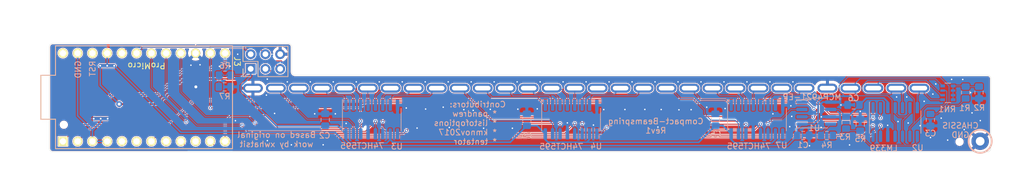
<source format=kicad_pcb>
(kicad_pcb (version 20171130) (host pcbnew 5.1.6+dfsg1-1~bpo10+1)
  (title_block (title "TH-XWhatsIt Controller pcb and optional plugboards") (date 2020-01-31) (rev 0.0.3) (company "Rainy Day Plans") (comment 1 "if plugboards are not needed, delete them ") (comment 4 "Licenced under CERN OHL Version 1.2"))
  (layers (0 F.Cu jumper) (31 B.Cu signal) (34 B.Paste user hide) (35 F.Paste user hide) (36 B.SilkS user) (37 F.SilkS user) (38 B.Mask user hide) (39 F.Mask user hide) (44 Edge.Cuts user))
  (net 0 "")
  (net 1 COL1)
  (net 2 COL2)
  (net 3 COL3)
  (net 4 COL4)
  (net 5 COL5)
  (net 6 COL6)
  (net 7 COL7)
  (net 8 COL8)
  (net 9 COL9)
  (net 10 COL10)
  (net 11 COL11)
  (net 12 COL12)
  (net 13 COL13)
  (net 14 COL14)
  (net 15 COL15)
  (net 16 COL16)
  (net 17 COL17)
  (net 18 COL18)
  (net 19 COL19)
  (net 20 COL20)
  (net 21 COL21)
  (net 22 COL22)
  (net 23 COL23)
  (net 24 SENSE1)
  (net 25 SENSE2)
  (net 26 SENSE3)
  (net 27 SENSE4)
  (net 28 SETPOINT)
  (net 29 "Net-(R4-Pad2)")
  (net 30 ROW4)
  (net 31 ROW3)
  (net 32 ROW2)
  (net 33 ROW1)
  (net 34 ROW5)
  (net 35 ROW6)
  (net 36 ROW7)
  (net 37 ROW8)
  (net 38 LOADCOL)
  (net 39 CLOCK)
  (net 40 SERIALOUT1)
  (net 41 SERIALOUT2)
  (net 42 MOSI)
  (net 43 ~SELECTDAC)
  (net 44 GNDA)
  (net 45 +5VA)
  (net 46 HEADER2)
  (net 47 HEADER3)
  (net 48 HEADER1)
  (net 49 HEADER4)
  (net 50 BIAS)
  (net 51 "Net-(U7-Pad9)")
  (net 52 RST)
  (net 53 "Net-(J1-Pad15)")
  (net 54 "Net-(U7-Pad7)")
  (net 55 +5VD)
  (net 56 GNDD)
  (net 57 "Net-(NT1-Pad2)")
  (net 58 "Net-(NT2-Pad2)")
  (net 59 "Net-(U5-Pad24)")
  (net 60 "Net-(R6-Pad2)")
  (module TH-XWhatsIt:tooling_hole (layer F.Cu) (at 96 156.05)
    (fp_text reference REF** hide)
    (fp_text value tooling_hole hide)
    (pad "" np_thru_hole circle (at 0 0) (size 1.152 1.152) (drill 1.152) (layers *.Cu *.Mask))
  )
  (module TH-XWhatsIt:tooling_hole (layer F.Cu) (at 250.35 159)
    (fp_text reference REF** hide)
    (fp_text value tooling_hole hide)
    (pad "" np_thru_hole circle (at 0 0) (size 1.152 1.152) (drill 1.152) (layers *.Cu *.Mask))
  )
  (module Connector_PinHeader_2.54mm:PinHeader_2x03_P2.54mm_Vertical (layer F.Cu) (at 128.19888 146.3929 90)
    (fp_text reference J3 (at 1.27 -2.33 270 unlocked) (layer F.SilkS))
    (fp_text value "EXPANSION HEADER")
    (pad 6 thru_hole oval (at 2.54 5.08 90) (size 1.7 1.7) (drill 1) (layers *.Cu *.Mask) (net 56 GNDD))
    (pad 5 thru_hole oval (at 0 5.08 90) (size 1.7 1.7) (drill 1) (layers *.Cu *.Mask) (net 46 HEADER2))
    (pad 4 thru_hole oval (at 2.54 2.54 90) (size 1.7 1.7) (drill 1) (layers *.Cu *.Mask) (net 49 HEADER4))
    (pad 3 thru_hole oval (at 0 2.54 90) (size 1.7 1.7) (drill 1) (layers *.Cu *.Mask) (net 48 HEADER1))
    (pad 2 thru_hole oval (at 2.54 0 90) (size 1.7 1.7) (drill 1) (layers *.Cu *.Mask) (net 47 HEADER3))
    (pad 1 thru_hole rect (at 0 0 90) (size 1.7 1.7) (drill 1) (layers *.Cu *.Mask) (net 55 +5VD))
  )
  (module TH-XWhatsIt:ChassisGnd (layer B.Cu) (at 253.9 158.9)
    (fp_text reference H1 hide)
    (fp_text value MountingHole_Pad)
    (pad 1 thru_hole circle (at 0 0) (size 3 3) (drill 1.5) (layers *.Cu *.Mask) (net 44 GNDA))
  )
  (module Resistor_SMD:R_0805_2012Metric_Pad1.15x1.40mm_HandSolder (layer B.Cu) (at 123.725 149.5)
    (fp_text reference R7 (at 0 1.65 unlocked) (layer B.SilkS) (effects (justify mirror)))
    (fp_text value "Not Mounted")
    (pad 2 smd roundrect (at 1.025 0) (size 1.15 1.4) (layers B.Cu B.Paste B.Mask) (roundrect_rratio 0.217391) (net 56 GNDD))
    (pad 1 smd roundrect (at -1.025 0) (size 1.15 1.4) (layers B.Cu B.Paste B.Mask) (roundrect_rratio 0.217391) (net 60 "Net-(R6-Pad2)"))
  )
  (module TH-XWhatsIt:SHORTEDR_0805_2012Metric_Pad1.15x1.40mm_HandSolder (layer B.Cu) (at 123.75 147.5 180)
    (fp_text reference R6 (at 0 1.65 unlocked) (layer B.SilkS) (effects (justify mirror)))
    (fp_text value "Not Mounted, Shorted")
    (fp_line (start -0.5 0.4) (end -0.2 0) (layer B.Cu) (width 0.15))
    (fp_line (start -0.2 0) (end 0.2 0) (layer B.Cu) (width 0.15))
    (fp_line (start 0.2 0) (end 0.5 0.4) (layer B.Cu) (width 0.15))
    (fp_line (start 0.5 -0.4) (end 0.2 0) (layer B.Cu) (width 0.15))
    (fp_line (start -0.2 0) (end -0.5 -0.4) (layer B.Cu) (width 0.15))
    (pad 2 smd roundrect (at 1.025 0 180) (size 1.15 1.4) (layers B.Cu B.Paste B.Mask) (roundrect_rratio 0.217391) (net 60 "Net-(R6-Pad2)"))
    (pad 1 smd roundrect (at -1.025 0 180) (size 1.15 1.4) (layers B.Cu B.Paste B.Mask) (roundrect_rratio 0.217391) (net 55 +5VD))
  )
  (module NetTie:NetTie-3_THT_Pad0.3mm (layer B.Cu) (at 102.27198 145.8534)
    (fp_text reference NT2 hide)
    (fp_text value Net-Tie_3)
    (fp_poly (pts (xy 0 0.3) (xy 2.4 0.3) (xy 2.4 -0.3) (xy 0 -0.3)) (layer F.Cu) (width 0))
    (fp_poly (pts (xy 0 0.3) (xy 2.4 0.3) (xy 2.4 -0.3) (xy 0 -0.3)) (layer B.Cu) (width 0))
    (pad 3 thru_hole circle (at 2.4 0) (size 0.6 0.6) (drill 0.3) (layers *.Cu) (net 45 +5VA))
    (pad 2 thru_hole circle (at 1.2 0) (size 0.6 0.6) (drill 0.3) (layers *.Cu) (net 58 "Net-(NT2-Pad2)"))
    (pad 1 thru_hole circle (at 0 0) (size 0.6 0.6) (drill 0.3) (layers *.Cu) (net 55 +5VD))
  )
  (module NetTie:NetTie-3_THT_Pad0.3mm (layer B.Cu) (at 101.15184 154.9974)
    (fp_text reference NT1 hide)
    (fp_text value Net-Tie_3)
    (fp_poly (pts (xy 0 0.3) (xy 2.4 0.3) (xy 2.4 -0.3) (xy 0 -0.3)) (layer B.Cu) (width 0))
    (fp_poly (pts (xy 0 0.3) (xy 2.4 0.3) (xy 2.4 -0.3) (xy 0 -0.3)) (layer F.Cu) (width 0))
    (pad 1 thru_hole circle (at 0 0) (size 0.6 0.6) (drill 0.3) (layers *.Cu) (net 56 GNDD))
    (pad 2 thru_hole circle (at 1.2 0) (size 0.6 0.6) (drill 0.3) (layers *.Cu) (net 57 "Net-(NT1-Pad2)"))
    (pad 3 thru_hole circle (at 2.4 0) (size 0.6 0.6) (drill 0.3) (layers *.Cu) (net 44 GNDA))
  )
  (module Resistor_SMD:R_0805_2012Metric_Pad1.15x1.40mm_HandSolder (layer B.Cu) (at 233.23296 156.05252 270)
    (fp_text reference R5 (at 2.45872 -0.03556 unlocked) (layer B.SilkS) (effects (justify mirror)))
    (fp_text value 4K7)
    (pad 2 smd roundrect (at 1.025 0 270) (size 1.15 1.4) (layers B.Cu B.Paste B.Mask) (roundrect_rratio 0.217391) (net 28 SETPOINT))
    (pad 1 smd roundrect (at -1.025 0 270) (size 1.15 1.4) (layers B.Cu B.Paste B.Mask) (roundrect_rratio 0.217391) (net 44 GNDA))
  )
  (module Resistor_SMD:R_0805_2012Metric_Pad1.15x1.40mm_HandSolder (layer B.Cu) (at 227.47732 157.90926 180)
    (fp_text reference R4 (at 0 -1.66116 unlocked) (layer B.SilkS) (effects (justify mirror)))
    (fp_text value 20K)
    (pad 2 smd roundrect (at 1.025 0 180) (size 1.15 1.4) (layers B.Cu B.Paste B.Mask) (roundrect_rratio 0.217391) (net 29 "Net-(R4-Pad2)"))
    (pad 1 smd roundrect (at -1.025 0 180) (size 1.15 1.4) (layers B.Cu B.Paste B.Mask) (roundrect_rratio 0.217391) (net 28 SETPOINT))
  )
  (module Resistor_SMD:R_0805_2012Metric_Pad1.15x1.40mm_HandSolder (layer B.Cu) (at 230.79202 155.68168 90)
    (fp_text reference R3 (at -2.46634 -0.16256 unlocked) (layer B.SilkS) (effects (justify mirror)))
    (fp_text value 20K)
    (pad 2 smd roundrect (at 1.025 0 90) (size 1.15 1.4) (layers B.Cu B.Paste B.Mask) (roundrect_rratio 0.217391) (net 45 +5VA))
    (pad 1 smd roundrect (at -1.025 0 90) (size 1.15 1.4) (layers B.Cu B.Paste B.Mask) (roundrect_rratio 0.217391) (net 28 SETPOINT))
  )
  (module Resistor_SMD:R_0805_2012Metric_Pad1.15x1.40mm_HandSolder (layer B.Cu) (at 253.70282 150.47722 90)
    (fp_text reference R2 (at -2.62382 0.04572 unlocked) (layer B.SilkS) (effects (justify mirror)))
    (fp_text value 1K)
    (pad 2 smd roundrect (at 1.025 0 90) (size 1.15 1.4) (layers B.Cu B.Paste B.Mask) (roundrect_rratio 0.217391) (net 50 BIAS))
    (pad 1 smd roundrect (at -1.025 0 90) (size 1.15 1.4) (layers B.Cu B.Paste B.Mask) (roundrect_rratio 0.217391) (net 44 GNDA))
  )
  (module Resistor_SMD:R_0805_2012Metric_Pad1.15x1.40mm_HandSolder (layer B.Cu) (at 251.3965 150.48346 90)
    (fp_text reference R1 (at -2.68108 -0.15494 unlocked) (layer B.SilkS) (effects (justify mirror)))
    (fp_text value 4K7)
    (pad 2 smd roundrect (at 1.025 0 90) (size 1.15 1.4) (layers B.Cu B.Paste B.Mask) (roundrect_rratio 0.217391) (net 50 BIAS))
    (pad 1 smd roundrect (at -1.025 0 90) (size 1.15 1.4) (layers B.Cu B.Paste B.Mask) (roundrect_rratio 0.217391) (net 45 +5VA))
  )
  (module Capacitor_SMD:C_0805_2012Metric_Pad1.15x1.40mm_HandSolder (layer B.Cu) (at 232.08234 152.61844)
    (fp_text reference C6 (at 0.00254 -1.17348 unlocked) (layer B.SilkS) (effects (justify mirror)))
    (fp_text value 0U1)
    (pad 2 smd roundrect (at 1.025 0) (size 1.15 1.4) (layers B.Cu B.Paste B.Mask) (roundrect_rratio 0.217391) (net 45 +5VA))
    (pad 1 smd roundrect (at -1.025 0) (size 1.15 1.4) (layers B.Cu B.Paste B.Mask) (roundrect_rratio 0.217391) (net 44 GNDA))
  )
  (module Capacitor_SMD:C_0805_2012Metric_Pad1.15x1.40mm_HandSolder (layer B.Cu) (at 208.28254 155.18384 270)
    (fp_text reference C5 (at 2.48158 -0.0254 unlocked) (layer B.SilkS) (effects (justify mirror)))
    (fp_text value 0U1)
    (pad 2 smd roundrect (at 1.025 0 270) (size 1.15 1.4) (layers B.Cu B.Paste B.Mask) (roundrect_rratio 0.217391) (net 55 +5VD))
    (pad 1 smd roundrect (at -1.025 0 270) (size 1.15 1.4) (layers B.Cu B.Paste B.Mask) (roundrect_rratio 0.217391) (net 56 GNDD))
  )
  (module Capacitor_SMD:C_0805_2012Metric_Pad1.15x1.40mm_HandSolder (layer B.Cu) (at 175.78172 155.18384 270)
    (fp_text reference C4 (at 2.73304 0.04928 unlocked) (layer B.SilkS) (effects (justify mirror)))
    (fp_text value 0U1)
    (pad 2 smd roundrect (at 1.025 0 270) (size 1.15 1.4) (layers B.Cu B.Paste B.Mask) (roundrect_rratio 0.217391) (net 55 +5VD))
    (pad 1 smd roundrect (at -1.025 0 270) (size 1.15 1.4) (layers B.Cu B.Paste B.Mask) (roundrect_rratio 0.217391) (net 56 GNDD))
  )
  (module Capacitor_SMD:C_0805_2012Metric_Pad1.15x1.40mm_HandSolder (layer B.Cu) (at 245.32336 155.21178 90)
    (fp_text reference C3 (at -2.32156 0.01524 unlocked) (layer B.SilkS) (effects (justify mirror)))
    (fp_text value 0U1)
    (pad 2 smd roundrect (at 1.025 0 90) (size 1.15 1.4) (layers B.Cu B.Paste B.Mask) (roundrect_rratio 0.217391) (net 45 +5VA))
    (pad 1 smd roundrect (at -1.025 0 90) (size 1.15 1.4) (layers B.Cu B.Paste B.Mask) (roundrect_rratio 0.217391) (net 44 GNDA))
  )
  (module Capacitor_SMD:C_0805_2012Metric_Pad1.15x1.40mm_HandSolder (layer B.Cu) (at 141.04214 155.18384 270)
    (fp_text reference C2 (at 2.72542 0.10516 unlocked) (layer B.SilkS) (effects (justify mirror)))
    (fp_text value 0U1)
    (pad 2 smd roundrect (at 1.025 0 270) (size 1.15 1.4) (layers B.Cu B.Paste B.Mask) (roundrect_rratio 0.217391) (net 55 +5VD))
    (pad 1 smd roundrect (at -1.025 0 270) (size 1.15 1.4) (layers B.Cu B.Paste B.Mask) (roundrect_rratio 0.217391) (net 56 GNDD))
  )
  (module Capacitor_SMD:C_0805_2012Metric_Pad1.15x1.40mm_HandSolder (layer B.Cu) (at 223.41078 157.90926 180)
    (fp_text reference C1 (at 0.04826 -1.63068 unlocked) (layer B.SilkS) (effects (justify mirror)))
    (fp_text value 0U1)
    (pad 2 smd roundrect (at 1.025 0 180) (size 1.15 1.4) (layers B.Cu B.Paste B.Mask) (roundrect_rratio 0.217391) (net 45 +5VA))
    (pad 1 smd roundrect (at -1.025 0 180) (size 1.15 1.4) (layers B.Cu B.Paste B.Mask) (roundrect_rratio 0.217391) (net 44 GNDA))
  )
  (module Package_SO:SOIC-16_3.9x9.9mm_P1.27mm (layer B.Cu) (at 183.40578 155.15336 270)
    (fp_text reference U4 (at 4.61264 -4.32816 unlocked) (layer B.SilkS) (effects (justify mirror)))
    (fp_text value 74HCT595 (at 4.66344 1.66116 unlocked) (layer B.SilkS) (effects (justify mirror)))
    (pad 1 smd roundrect (at -2.475 4.445 270) (size 1.95 0.6) (layers B.Cu B.Paste B.Mask) (net 10 COL10))
    (pad 2 smd roundrect (at -2.475 3.175 270) (size 1.95 0.6) (layers B.Cu B.Paste B.Mask) (net 11 COL11))
    (pad 3 smd roundrect (at -2.475 1.905 270) (size 1.95 0.6) (layers B.Cu B.Paste B.Mask) (net 12 COL12))
    (pad 4 smd roundrect (at -2.475 0.635 270) (size 1.95 0.6) (layers B.Cu B.Paste B.Mask) (net 13 COL13))
    (pad 5 smd roundrect (at -2.475 -0.635 270) (size 1.95 0.6) (layers B.Cu B.Paste B.Mask) (net 14 COL14))
    (pad 6 smd roundrect (at -2.475 -1.905 270) (size 1.95 0.6) (layers B.Cu B.Paste B.Mask) (net 15 COL15))
    (pad 7 smd roundrect (at -2.475 -3.175 270) (size 1.95 0.6) (layers B.Cu B.Paste B.Mask) (net 16 COL16))
    (pad 8 smd roundrect (at -2.475 -4.445 270) (size 1.95 0.6) (layers B.Cu B.Paste B.Mask) (net 56 GNDD))
    (pad 9 smd roundrect (at 2.475 -4.445 270) (size 1.95 0.6) (layers B.Cu B.Paste B.Mask) (net 41 SERIALOUT2))
    (pad 10 smd roundrect (at 2.475 -3.175 270) (size 1.95 0.6) (layers B.Cu B.Paste B.Mask) (net 55 +5VD))
    (pad 11 smd roundrect (at 2.475 -1.905 270) (size 1.95 0.6) (layers B.Cu B.Paste B.Mask) (net 39 CLOCK))
    (pad 12 smd roundrect (at 2.475 -0.635 270) (size 1.95 0.6) (layers B.Cu B.Paste B.Mask) (net 38 LOADCOL))
    (pad 13 smd roundrect (at 2.475 0.635 270) (size 1.95 0.6) (layers B.Cu B.Paste B.Mask) (net 56 GNDD))
    (pad 14 smd roundrect (at 2.475 1.905 270) (size 1.95 0.6) (layers B.Cu B.Paste B.Mask) (net 40 SERIALOUT1))
    (pad 15 smd roundrect (at 2.475 3.175 270) (size 1.95 0.6) (layers B.Cu B.Paste B.Mask) (net 9 COL9))
    (pad 16 smd roundrect (at 2.475 4.445 270) (size 1.95 0.6) (layers B.Cu B.Paste B.Mask) (net 55 +5VD))
  )
  (module TH-XWhatsIt:30-pin-universal-beamspring-connector_v2 (layer F.Cu) (at 186.00166 149.72538 180)
    (fp_text reference J1 hide)
    (fp_text value "BEAMSPRING CONNECTOR" hide)
    (pad 30 thru_hole oval (at 57.42 0 180) (size 3.42 1.55) (drill oval 2.7 0.8) (layers *.Cu *.Mask) (net 56 GNDD))
    (pad 29 thru_hole oval (at 53.46 0 180) (size 3.42 1.55) (drill oval 2.7 0.8) (layers *.Cu *.Mask) (net 1 COL1))
    (pad 28 thru_hole oval (at 49.5 0 180) (size 3.42 1.55) (drill oval 2.7 0.8) (layers *.Cu *.Mask) (net 2 COL2))
    (pad 27 thru_hole oval (at 45.54 0 180) (size 3.42 1.55) (drill oval 2.7 0.8) (layers *.Cu *.Mask) (net 3 COL3))
    (pad 26 thru_hole oval (at 41.58 0 180) (size 3.42 1.55) (drill oval 2.7 0.8) (layers *.Cu *.Mask) (net 4 COL4))
    (pad 25 thru_hole oval (at 37.62 0 180) (size 3.42 1.55) (drill oval 2.7 0.8) (layers *.Cu *.Mask) (net 5 COL5))
    (pad 24 thru_hole oval (at 33.66 0 180) (size 3.42 1.55) (drill oval 2.7 0.8) (layers *.Cu *.Mask) (net 6 COL6))
    (pad 23 thru_hole oval (at 29.7 0 180) (size 3.42 1.55) (drill oval 2.7 0.8) (layers *.Cu *.Mask) (net 7 COL7))
    (pad 22 thru_hole oval (at 25.74 0 180) (size 3.42 1.55) (drill oval 2.7 0.8) (layers *.Cu *.Mask) (net 8 COL8))
    (pad 21 thru_hole oval (at 21.78 0 180) (size 3.42 1.55) (drill oval 2.7 0.8) (layers *.Cu *.Mask) (net 9 COL9))
    (pad 20 thru_hole oval (at 17.82 0 180) (size 3.42 1.55) (drill oval 2.7 0.8) (layers *.Cu *.Mask) (net 10 COL10))
    (pad 19 thru_hole oval (at 13.86 0 180) (size 3.42 1.55) (drill oval 2.7 0.8) (layers *.Cu *.Mask) (net 11 COL11))
    (pad 18 thru_hole oval (at 9.9 0 180) (size 3.42 1.55) (drill oval 2.7 0.8) (layers *.Cu *.Mask) (net 12 COL12))
    (pad 17 thru_hole oval (at 5.94 0 180) (size 3.42 1.55) (drill oval 2.7 0.8) (layers *.Cu *.Mask) (net 13 COL13))
    (pad 16 thru_hole oval (at 1.98 0 180) (size 3.42 1.55) (drill oval 2.7 0.8) (layers *.Cu *.Mask) (net 14 COL14))
    (pad 15 thru_hole oval (at -1.98 0 180) (size 3.42 1.55) (drill oval 2.7 0.8) (layers *.Cu *.Mask) (net 53 "Net-(J1-Pad15)"))
    (pad 14 thru_hole oval (at -5.94 0 180) (size 3.42 1.55) (drill oval 2.7 0.8) (layers *.Cu *.Mask) (net 15 COL15))
    (pad 13 thru_hole oval (at -9.9 0 180) (size 3.42 1.55) (drill oval 2.7 0.8) (layers *.Cu *.Mask) (net 16 COL16))
    (pad 12 thru_hole oval (at -13.86 0 180) (size 3.42 1.55) (drill oval 2.7 0.8) (layers *.Cu *.Mask) (net 17 COL17))
    (pad 11 thru_hole oval (at -17.82 0 180) (size 3.42 1.55) (drill oval 2.7 0.8) (layers *.Cu *.Mask) (net 18 COL18))
    (pad 10 thru_hole oval (at -21.78 0 180) (size 3.42 1.55) (drill oval 2.7 0.8) (layers *.Cu *.Mask) (net 19 COL19))
    (pad 9 thru_hole oval (at -25.74 0 180) (size 3.42 1.55) (drill oval 2.7 0.8) (layers *.Cu *.Mask) (net 20 COL20))
    (pad 8 thru_hole oval (at -29.7 0 180) (size 3.42 1.55) (drill oval 2.7 0.8) (layers *.Cu *.Mask) (net 21 COL21))
    (pad 7 thru_hole oval (at -33.66 0 180) (size 3.42 1.55) (drill oval 2.7 0.8) (layers *.Cu *.Mask) (net 22 COL22))
    (pad 6 thru_hole oval (at -37.62 0 180) (size 3.42 1.55) (drill oval 2.7 0.8) (layers *.Cu *.Mask) (net 23 COL23))
    (pad 5 thru_hole oval (at -41.58 0 180) (size 3.42 1.55) (drill oval 2.7 0.8) (layers *.Cu *.Mask) (net 56 GNDD))
    (pad 4 thru_hole oval (at -45.54 0 180) (size 3.42 1.55) (drill oval 2.7 0.8) (layers *.Cu *.Mask) (net 27 SENSE4))
    (pad 3 thru_hole oval (at -49.5 0 180) (size 3.42 1.55) (drill oval 2.7 0.8) (layers *.Cu *.Mask) (net 26 SENSE3))
    (pad 2 thru_hole oval (at -53.46 0 180) (size 3.42 1.55) (drill oval 2.7 0.8) (layers *.Cu *.Mask) (net 25 SENSE2))
    (pad 1 thru_hole oval (at -57.42 0 180) (size 3.42 1.55) (drill oval 2.7 0.8) (layers *.Cu *.Mask) (net 24 SENSE1))
  )
  (module Resistor_SMD:R_Array_Convex_4x0603 (layer B.Cu) (at 248.33072 150.53818 180)
    (fp_text reference RN1 (at 0.12192 -2.82448 unlocked) (layer B.SilkS) (effects (justify mirror)))
    (fp_text value 100K hide)
    (pad 5 smd rect (at 0.9 -1.2 180) (size 0.8 0.5) (layers B.Cu B.Paste B.Mask) (net 24 SENSE1))
    (pad 6 smd rect (at 0.9 -0.4 180) (size 0.8 0.4) (layers B.Cu B.Paste B.Mask) (net 25 SENSE2))
    (pad 8 smd rect (at 0.9 1.2 180) (size 0.8 0.5) (layers B.Cu B.Paste B.Mask) (net 27 SENSE4))
    (pad 7 smd rect (at 0.9 0.4 180) (size 0.8 0.4) (layers B.Cu B.Paste B.Mask) (net 26 SENSE3))
    (pad 4 smd rect (at -0.9 -1.2 180) (size 0.8 0.5) (layers B.Cu B.Paste B.Mask) (net 50 BIAS))
    (pad 2 smd rect (at -0.9 0.4 180) (size 0.8 0.4) (layers B.Cu B.Paste B.Mask) (net 50 BIAS))
    (pad 3 smd rect (at -0.9 -0.4 180) (size 0.8 0.4) (layers B.Cu B.Paste B.Mask) (net 50 BIAS))
    (pad 1 smd rect (at -0.9 1.2 180) (size 0.8 0.5) (layers B.Cu B.Paste B.Mask) (net 50 BIAS))
  )
  (module promicro:ProMicro (layer F.Cu) (at 109.8169 151.29662)
    (fp_text reference U5 hide)
    (fp_text value ProMicro (at 0.43434 -5.4549 180 unlocked) (layer F.SilkS))
    (pad 1 thru_hole rect (at -13.97 7.62) (size 1.6 1.6) (drill 1.1) (layers *.Cu *.Mask F.SilkS) (net 48 HEADER1))
    (pad 2 thru_hole circle (at -11.43 7.62) (size 1.6 1.6) (drill 1.1) (layers *.Cu *.Mask F.SilkS) (net 46 HEADER2))
    (pad 3 thru_hole circle (at -8.89 7.62) (size 1.6 1.6) (drill 1.1) (layers *.Cu *.Mask F.SilkS) (net 57 "Net-(NT1-Pad2)"))
    (pad 4 thru_hole circle (at -6.35 7.62) (size 1.6 1.6) (drill 1.1) (layers *.Cu *.Mask F.SilkS) (net 57 "Net-(NT1-Pad2)"))
    (pad 5 thru_hole circle (at -3.81 7.62) (size 1.6 1.6) (drill 1.1) (layers *.Cu *.Mask F.SilkS) (net 37 ROW8))
    (pad 6 thru_hole circle (at -1.27 7.62) (size 1.6 1.6) (drill 1.1) (layers *.Cu *.Mask F.SilkS) (net 36 ROW7))
    (pad 7 thru_hole circle (at 1.27 7.62) (size 1.6 1.6) (drill 1.1) (layers *.Cu *.Mask F.SilkS) (net 32 ROW2))
    (pad 8 thru_hole circle (at 3.81 7.62) (size 1.6 1.6) (drill 1.1) (layers *.Cu *.Mask F.SilkS) (net 34 ROW5))
    (pad 9 thru_hole circle (at 6.35 7.62) (size 1.6 1.6) (drill 1.1) (layers *.Cu *.Mask F.SilkS) (net 30 ROW4))
    (pad 10 thru_hole circle (at 8.89 7.62) (size 1.6 1.6) (drill 1.1) (layers *.Cu *.Mask F.SilkS) (net 35 ROW6))
    (pad 11 thru_hole circle (at 11.43 7.62) (size 1.6 1.6) (drill 1.1) (layers *.Cu *.Mask F.SilkS) (net 31 ROW3))
    (pad 12 thru_hole circle (at 13.97 7.62) (size 1.6 1.6) (drill 1.1) (layers *.Cu *.Mask F.SilkS) (net 33 ROW1))
    (pad 13 thru_hole circle (at 13.97 -7.62) (size 1.6 1.6) (drill 1.1) (layers *.Cu *.Mask F.SilkS) (net 60 "Net-(R6-Pad2)"))
    (pad 14 thru_hole circle (at 11.43 -7.62) (size 1.6 1.6) (drill 1.1) (layers *.Cu *.Mask F.SilkS) (net 42 MOSI))
    (pad 15 thru_hole circle (at 8.89 -7.62) (size 1.6 1.6) (drill 1.1) (layers *.Cu *.Mask F.SilkS) (net 56 GNDD))
    (pad 16 thru_hole circle (at 6.35 -7.62) (size 1.6 1.6) (drill 1.1) (layers *.Cu *.Mask F.SilkS) (net 39 CLOCK))
    (pad 17 thru_hole circle (at 3.81 -7.62) (size 1.6 1.6) (drill 1.1) (layers *.Cu *.Mask F.SilkS) (net 38 LOADCOL))
    (pad 18 thru_hole circle (at 1.27 -7.62) (size 1.6 1.6) (drill 1.1) (layers *.Cu *.Mask F.SilkS) (net 43 ~SELECTDAC))
    (pad 19 thru_hole circle (at -1.27 -7.62) (size 1.6 1.6) (drill 1.1) (layers *.Cu *.Mask F.SilkS) (net 47 HEADER3))
    (pad 20 thru_hole circle (at -3.81 -7.62) (size 1.6 1.6) (drill 1.1) (layers *.Cu *.Mask F.SilkS) (net 49 HEADER4))
    (pad 21 thru_hole circle (at -6.35 -7.62) (size 1.6 1.6) (drill 1.1) (layers *.Cu *.Mask F.SilkS) (net 58 "Net-(NT2-Pad2)"))
    (pad 22 thru_hole circle (at -8.89 -7.62) (size 1.6 1.6) (drill 1.1) (layers *.Cu *.Mask F.SilkS) (net 52 RST))
    (pad 23 thru_hole circle (at -11.43 -7.62) (size 1.6 1.6) (drill 1.1) (layers *.Cu *.Mask F.SilkS) (net 57 "Net-(NT1-Pad2)"))
    (pad 24 thru_hole circle (at -13.97 -7.62) (size 1.6 1.6) (drill 1.1) (layers *.Cu *.Mask F.SilkS) (net 59 "Net-(U5-Pad24)"))
  )
  (module Package_SO:SOIC-8_3.9x4.9mm_P1.27mm (layer B.Cu) (at 225.67138 154.04338)
    (fp_text reference U1 (at -0.36068 2.5654 unlocked) (layer B.SilkS) (effects (justify mirror)))
    (fp_text value MCP4921-EP (at -0.762 -2.77622 unlocked) (layer B.SilkS) (effects (justify mirror)))
    (pad 8 smd roundrect (at 2.475 1.905) (size 1.95 0.6) (layers B.Cu B.Paste B.Mask) (net 29 "Net-(R4-Pad2)"))
    (pad 7 smd roundrect (at 2.475 0.635) (size 1.95 0.6) (layers B.Cu B.Paste B.Mask) (net 44 GNDA))
    (pad 6 smd roundrect (at 2.475 -0.635) (size 1.95 0.6) (layers B.Cu B.Paste B.Mask) (net 45 +5VA))
    (pad 5 smd roundrect (at 2.475 -1.905) (size 1.95 0.6) (layers B.Cu B.Paste B.Mask) (net 44 GNDA))
    (pad 4 smd roundrect (at -2.475 -1.905) (size 1.95 0.6) (layers B.Cu B.Paste B.Mask) (net 42 MOSI))
    (pad 3 smd roundrect (at -2.475 -0.635) (size 1.95 0.6) (layers B.Cu B.Paste B.Mask) (net 39 CLOCK))
    (pad 2 smd roundrect (at -2.475 0.635) (size 1.95 0.6) (layers B.Cu B.Paste B.Mask) (net 43 ~SELECTDAC))
    (pad 1 smd roundrect (at -2.475 1.905) (size 1.95 0.6) (layers B.Cu B.Paste B.Mask) (net 45 +5VA))
  )
  (module Package_SO:SOIC-16_3.9x9.9mm_P1.27mm (layer B.Cu) (at 215.43772 155.15336 270)
    (fp_text reference U7 (at 4.45262 -4.21894 unlocked) (layer B.SilkS) (effects (justify mirror)))
    (fp_text value 74HCT595 (at 4.60248 1.37922 unlocked) (layer B.SilkS) (effects (justify mirror)))
    (pad 16 smd roundrect (at 2.475 4.445 270) (size 1.95 0.6) (layers B.Cu B.Paste B.Mask) (net 55 +5VD))
    (pad 15 smd roundrect (at 2.475 3.175 270) (size 1.95 0.6) (layers B.Cu B.Paste B.Mask) (net 17 COL17))
    (pad 14 smd roundrect (at 2.475 1.905 270) (size 1.95 0.6) (layers B.Cu B.Paste B.Mask) (net 41 SERIALOUT2))
    (pad 13 smd roundrect (at 2.475 0.635 270) (size 1.95 0.6) (layers B.Cu B.Paste B.Mask) (net 56 GNDD))
    (pad 12 smd roundrect (at 2.475 -0.635 270) (size 1.95 0.6) (layers B.Cu B.Paste B.Mask) (net 38 LOADCOL))
    (pad 11 smd roundrect (at 2.475 -1.905 270) (size 1.95 0.6) (layers B.Cu B.Paste B.Mask) (net 39 CLOCK))
    (pad 10 smd roundrect (at 2.475 -3.175 270) (size 1.95 0.6) (layers B.Cu B.Paste B.Mask) (net 55 +5VD))
    (pad 9 smd roundrect (at 2.475 -4.445 270) (size 1.95 0.6) (layers B.Cu B.Paste B.Mask) (net 51 "Net-(U7-Pad9)"))
    (pad 8 smd roundrect (at -2.475 -4.445 270) (size 1.95 0.6) (layers B.Cu B.Paste B.Mask) (net 56 GNDD))
    (pad 7 smd roundrect (at -2.475 -3.175 270) (size 1.95 0.6) (layers B.Cu B.Paste B.Mask) (net 54 "Net-(U7-Pad7)"))
    (pad 6 smd roundrect (at -2.475 -1.905 270) (size 1.95 0.6) (layers B.Cu B.Paste B.Mask) (net 23 COL23))
    (pad 5 smd roundrect (at -2.475 -0.635 270) (size 1.95 0.6) (layers B.Cu B.Paste B.Mask) (net 22 COL22))
    (pad 4 smd roundrect (at -2.475 0.635 270) (size 1.95 0.6) (layers B.Cu B.Paste B.Mask) (net 21 COL21))
    (pad 3 smd roundrect (at -2.475 1.905 270) (size 1.95 0.6) (layers B.Cu B.Paste B.Mask) (net 20 COL20))
    (pad 2 smd roundrect (at -2.475 3.175 270) (size 1.95 0.6) (layers B.Cu B.Paste B.Mask) (net 19 COL19))
    (pad 1 smd roundrect (at -2.475 4.445 270) (size 1.95 0.6) (layers B.Cu B.Paste B.Mask) (net 18 COL18))
  )
  (module Package_SO:SOIC-14_3.9x8.7mm_P1.27mm (layer B.Cu) (at 239.25276 155.56992 270)
    (fp_text reference U2 (at 4.47294 -3.87858 unlocked) (layer B.SilkS) (effects (justify mirror)))
    (fp_text value LM339 (at 4.5339 1.97104 unlocked) (layer B.SilkS) (effects (justify mirror)))
    (pad 1 smd roundrect (at -2.475 3.81 270) (size 1.95 0.6) (layers B.Cu B.Paste B.Mask) (net 33 ROW1))
    (pad 2 smd roundrect (at -2.475 2.54 270) (size 1.95 0.6) (layers B.Cu B.Paste B.Mask) (net 32 ROW2))
    (pad 3 smd roundrect (at -2.475 1.27 270) (size 1.95 0.6) (layers B.Cu B.Paste B.Mask) (net 45 +5VA))
    (pad 4 smd roundrect (at -2.475 0 270) (size 1.95 0.6) (layers B.Cu B.Paste B.Mask) (net 28 SETPOINT))
    (pad 5 smd roundrect (at -2.475 -1.27 270) (size 1.95 0.6) (layers B.Cu B.Paste B.Mask) (net 25 SENSE2))
    (pad 6 smd roundrect (at -2.475 -2.54 270) (size 1.95 0.6) (layers B.Cu B.Paste B.Mask) (net 28 SETPOINT))
    (pad 7 smd roundrect (at -2.475 -3.81 270) (size 1.95 0.6) (layers B.Cu B.Paste B.Mask) (net 24 SENSE1))
    (pad 8 smd roundrect (at 2.475 -3.81 270) (size 1.95 0.6) (layers B.Cu B.Paste B.Mask) (net 28 SETPOINT))
    (pad 9 smd roundrect (at 2.475 -2.54 270) (size 1.95 0.6) (layers B.Cu B.Paste B.Mask) (net 26 SENSE3))
    (pad 10 smd roundrect (at 2.475 -1.27 270) (size 1.95 0.6) (layers B.Cu B.Paste B.Mask) (net 28 SETPOINT))
    (pad 11 smd roundrect (at 2.475 0 270) (size 1.95 0.6) (layers B.Cu B.Paste B.Mask) (net 27 SENSE4))
    (pad 12 smd roundrect (at 2.475 1.27 270) (size 1.95 0.6) (layers B.Cu B.Paste B.Mask) (net 44 GNDA))
    (pad 13 smd roundrect (at 2.475 2.54 270) (size 1.95 0.6) (layers B.Cu B.Paste B.Mask) (net 30 ROW4))
    (pad 14 smd roundrect (at 2.475 3.81 270) (size 1.95 0.6) (layers B.Cu B.Paste B.Mask) (net 31 ROW3))
  )
  (module Package_SO:SOIC-16_3.9x9.9mm_P1.27mm (layer B.Cu) (at 149.0599 155.15336 270)
    (fp_text reference U3 (at 4.63804 -4.3307 unlocked) (layer B.SilkS) (effects (justify mirror)))
    (fp_text value 74HCT595 (at 4.54914 1.62814 unlocked) (layer B.SilkS) (effects (justify mirror)))
    (pad 16 smd roundrect (at 2.475 4.445 270) (size 1.95 0.6) (layers B.Cu B.Paste B.Mask) (net 55 +5VD))
    (pad 15 smd roundrect (at 2.475 3.175 270) (size 1.95 0.6) (layers B.Cu B.Paste B.Mask) (net 1 COL1))
    (pad 14 smd roundrect (at 2.475 1.905 270) (size 1.95 0.6) (layers B.Cu B.Paste B.Mask) (net 42 MOSI))
    (pad 13 smd roundrect (at 2.475 0.635 270) (size 1.95 0.6) (layers B.Cu B.Paste B.Mask) (net 56 GNDD))
    (pad 12 smd roundrect (at 2.475 -0.635 270) (size 1.95 0.6) (layers B.Cu B.Paste B.Mask) (net 38 LOADCOL))
    (pad 11 smd roundrect (at 2.475 -1.905 270) (size 1.95 0.6) (layers B.Cu B.Paste B.Mask) (net 39 CLOCK))
    (pad 10 smd roundrect (at 2.475 -3.175 270) (size 1.95 0.6) (layers B.Cu B.Paste B.Mask) (net 55 +5VD))
    (pad 9 smd roundrect (at 2.475 -4.445 270) (size 1.95 0.6) (layers B.Cu B.Paste B.Mask) (net 40 SERIALOUT1))
    (pad 8 smd roundrect (at -2.475 -4.445 270) (size 1.95 0.6) (layers B.Cu B.Paste B.Mask) (net 56 GNDD))
    (pad 7 smd roundrect (at -2.475 -3.175 270) (size 1.95 0.6) (layers B.Cu B.Paste B.Mask) (net 8 COL8))
    (pad 6 smd roundrect (at -2.475 -1.905 270) (size 1.95 0.6) (layers B.Cu B.Paste B.Mask) (net 7 COL7))
    (pad 5 smd roundrect (at -2.475 -0.635 270) (size 1.95 0.6) (layers B.Cu B.Paste B.Mask) (net 6 COL6))
    (pad 4 smd roundrect (at -2.475 0.635 270) (size 1.95 0.6) (layers B.Cu B.Paste B.Mask) (net 5 COL5))
    (pad 3 smd roundrect (at -2.475 1.905 270) (size 1.95 0.6) (layers B.Cu B.Paste B.Mask) (net 4 COL4))
    (pad 2 smd roundrect (at -2.475 3.175 270) (size 1.95 0.6) (layers B.Cu B.Paste B.Mask) (net 3 COL3))
    (pad 1 smd roundrect (at -2.475 4.445 270) (size 1.95 0.6) (layers B.Cu B.Paste B.Mask) (net 2 COL2))
  )
  (gr_text "Based on original\nwork by xwhatsit" (at 132.65 158.6) (layer B.SilkS) (effects (font (size 1 1)) (justify mirror)))
  (gr_text GND (at 98.45 146.5 90) (layer B.SilkS) (effects (font (size 1 1)) (justify mirror)))
  (gr_text RST (at 100.95 146.35 90) (layer B.SilkS) (effects (font (size 1 1)) (justify mirror)))
  (gr_text "Compact-Beamspring\nRev1" (at 198 156.25) (layer B.SilkS) (effects (font (size 1 1)) (justify mirror)))
  (gr_text "Contributors:\n  * pandrew\n  * listofoptions\n  * kmnov2017\n  * tentator" (at 172.25 155.75) (layer B.SilkS) (effects (font (size 1 1)) (justify left mirror)))
  (gr_text "CHASSIS\nGND" (at 250.5 157) (layer B.SilkS) (effects (font (size 1 1)) (justify mirror)))
  (gr_arc (start 135.85 146.9) (end 135.25 146.9) (angle -90) (layer Edge.Cuts) (width 0.05))
  (gr_arc (start 134.65 142.6) (end 135.25 142.6) (angle -90) (layer Edge.Cuts) (width 0.05))
  (gr_arc (start 94.1 142.6) (end 94.1 142) (angle -90) (layer Edge.Cuts) (width 0.05))
  (gr_arc (start 94.1 160.15) (end 93.5 160.15) (angle -90) (layer Edge.Cuts) (width 0.05))
  (gr_arc (start 255.15 160.15) (end 255.15 160.75) (angle -90) (layer Edge.Cuts) (width 0.05))
  (gr_arc (start 255.15 148.1) (end 255.75 148.1) (angle -90) (layer Edge.Cuts) (width 0.05))
  (gr_line (start 135.25 146.9) (end 135.25 142.6) (layer Edge.Cuts) (width 0.05))
  (gr_line (start 94.1 142) (end 134.65 142) (layer Edge.Cuts) (width 0.05))
  (gr_line (start 93.5 160.15) (end 93.5 142.6) (layer Edge.Cuts) (width 0.05))
  (gr_line (start 144.5 160.75) (end 94.1 160.75) (layer Edge.Cuts) (width 0.05))
  (gr_line (start 225.75 147.5) (end 135.85 147.5) (layer Edge.Cuts) (width 0.05))
  (gr_line (start 255.15 147.5) (end 225.75 147.5) (layer Edge.Cuts) (width 0.05))
  (gr_line (start 255.75 160.15) (end 255.75 148.1) (layer Edge.Cuts) (width 0.05))
  (gr_line (start 155 160.75) (end 255.15 160.75) (layer Edge.Cuts) (width 0.05))
  (gr_line (start 144.5 160.75) (end 155 160.75) (layer Edge.Cuts) (width 0.05))
  (segment (start 132.54166 149.72538) (end 137.92646 155.11018) (width 0.1524) (layer B.Cu) (net 1))
  (segment (start 137.92646 155.11018) (end 145.03654 155.11018) (width 0.1524) (layer B.Cu) (net 1))
  (segment (start 145.8849 155.95854) (end 145.8849 157.62836) (width 0.1524) (layer B.Cu) (net 1))
  (segment (start 145.03654 155.11018) (end 145.8849 155.95854) (width 0.1524) (layer B.Cu) (net 1))
  (segment (start 136.50166 149.72538) (end 137.81008 151.0338) (width 0.1524) (layer B.Cu) (net 2))
  (segment (start 137.81008 151.0338) (end 144.0869 151.0338) (width 0.1524) (layer B.Cu) (net 2))
  (segment (start 144.6149 151.5618) (end 144.6149 152.67836) (width 0.1524) (layer B.Cu) (net 2))
  (segment (start 144.0869 151.0338) (end 144.6149 151.5618) (width 0.1524) (layer B.Cu) (net 2))
  (segment (start 145.8849 152.67836) (end 145.8849 151.07666) (width 0.1524) (layer B.Cu) (net 3))
  (segment (start 145.53723 150.72899) (end 141.46527 150.72899) (width 0.1524) (layer B.Cu) (net 3))
  (segment (start 141.46527 150.72899) (end 140.46166 149.72538) (width 0.1524) (layer B.Cu) (net 3))
  (segment (start 145.8849 151.07666) (end 145.53723 150.72899) (width 0.1524) (layer B.Cu) (net 3))
  (segment (start 147.1549 152.67836) (end 147.1549 150.852938) (width 0.1524) (layer B.Cu) (net 4))
  (segment (start 146.027342 149.72538) (end 144.42166 149.72538) (width 0.1524) (layer B.Cu) (net 4))
  (segment (start 147.1549 150.852938) (end 146.027342 149.72538) (width 0.1524) (layer B.Cu) (net 4))
  (segment (start 148.38166 152.63512) (end 148.4249 152.67836) (width 0.1524) (layer B.Cu) (net 5))
  (segment (start 148.38166 149.72538) (end 148.38166 152.63512) (width 0.1524) (layer B.Cu) (net 5))
  (segment (start 149.6949 152.67836) (end 149.6949 151.02586) (width 0.1524) (layer B.Cu) (net 6))
  (segment (start 150.99538 149.72538) (end 152.34166 149.72538) (width 0.1524) (layer B.Cu) (net 6))
  (segment (start 149.6949 151.02586) (end 150.99538 149.72538) (width 0.1524) (layer B.Cu) (net 6))
  (segment (start 150.9649 152.67836) (end 150.9649 151.20905) (width 0.1524) (layer B.Cu) (net 7))
  (segment (start 155.29805 150.72899) (end 156.30166 149.72538) (width 0.1524) (layer B.Cu) (net 7))
  (segment (start 151.44496 150.72899) (end 155.29805 150.72899) (width 0.1524) (layer B.Cu) (net 7))
  (segment (start 150.9649 151.20905) (end 151.44496 150.72899) (width 0.1524) (layer B.Cu) (net 7))
  (segment (start 158.95324 151.0338) (end 160.26166 149.72538) (width 0.1524) (layer B.Cu) (net 8))
  (segment (start 152.90446 151.0338) (end 158.95324 151.0338) (width 0.1524) (layer B.Cu) (net 8))
  (segment (start 152.2349 151.70336) (end 152.90446 151.0338) (width 0.1524) (layer B.Cu) (net 8))
  (segment (start 152.2349 152.67836) (end 152.2349 151.70336) (width 0.1524) (layer B.Cu) (net 8))
  (segment (start 164.22166 149.72538) (end 169.75886 155.26258) (width 0.1524) (layer B.Cu) (net 9))
  (segment (start 169.75886 155.26258) (end 179.58308 155.26258) (width 0.1524) (layer B.Cu) (net 9))
  (segment (start 180.23078 155.91028) (end 180.23078 157.62836) (width 0.1524) (layer B.Cu) (net 9))
  (segment (start 179.58308 155.26258) (end 180.23078 155.91028) (width 0.1524) (layer B.Cu) (net 9))
  (segment (start 168.18166 149.72538) (end 169.79489 151.33861) (width 0.1524) (layer B.Cu) (net 10))
  (segment (start 177.62103 151.33861) (end 178.96078 152.67836) (width 0.1524) (layer B.Cu) (net 10))
  (segment (start 169.79489 151.33861) (end 177.62103 151.33861) (width 0.1524) (layer B.Cu) (net 10))
  (segment (start 173.45008 151.0338) (end 172.14166 149.72538) (width 0.1524) (layer B.Cu) (net 11))
  (segment (start 179.56122 151.0338) (end 173.45008 151.0338) (width 0.1524) (layer B.Cu) (net 11))
  (segment (start 180.23078 151.70336) (end 179.56122 151.0338) (width 0.1524) (layer B.Cu) (net 11))
  (segment (start 180.23078 152.67836) (end 180.23078 151.70336) (width 0.1524) (layer B.Cu) (net 11))
  (segment (start 177.10527 150.72899) (end 176.10166 149.72538) (width 0.1524) (layer B.Cu) (net 12))
  (segment (start 180.52641 150.72899) (end 177.10527 150.72899) (width 0.1524) (layer B.Cu) (net 12))
  (segment (start 181.50078 151.70336) (end 180.52641 150.72899) (width 0.1524) (layer B.Cu) (net 12))
  (segment (start 181.50078 152.67836) (end 181.50078 151.70336) (width 0.1524) (layer B.Cu) (net 12))
  (segment (start 182.77078 152.67836) (end 182.77078 150.93188) (width 0.1524) (layer B.Cu) (net 13))
  (segment (start 181.56428 149.72538) (end 180.06166 149.72538) (width 0.1524) (layer B.Cu) (net 13))
  (segment (start 182.77078 150.93188) (end 181.56428 149.72538) (width 0.1524) (layer B.Cu) (net 13))
  (segment (start 184.04078 149.7445) (end 184.02166 149.72538) (width 0.1524) (layer B.Cu) (net 14))
  (segment (start 184.04078 152.67836) (end 184.04078 149.7445) (width 0.1524) (layer B.Cu) (net 14))
  (segment (start 190.93805 150.72899) (end 191.94166 149.72538) (width 0.1524) (layer B.Cu) (net 15))
  (segment (start 186.28515 150.72899) (end 190.93805 150.72899) (width 0.1524) (layer B.Cu) (net 15))
  (segment (start 185.31078 151.70336) (end 186.28515 150.72899) (width 0.1524) (layer B.Cu) (net 15))
  (segment (start 185.31078 152.67836) (end 185.31078 151.70336) (width 0.1524) (layer B.Cu) (net 15))
  (segment (start 187.25034 151.0338) (end 194.59324 151.0338) (width 0.1524) (layer B.Cu) (net 16))
  (segment (start 194.59324 151.0338) (end 195.90166 149.72538) (width 0.1524) (layer B.Cu) (net 16))
  (segment (start 186.58078 151.70336) (end 187.25034 151.0338) (width 0.1524) (layer B.Cu) (net 16))
  (segment (start 186.58078 152.67836) (end 186.58078 151.70336) (width 0.1524) (layer B.Cu) (net 16))
  (segment (start 199.86166 149.72538) (end 200.45172 149.72538) (width 0.1524) (layer B.Cu) (net 17))
  (segment (start 200.45172 149.72538) (end 202.27544 151.5491) (width 0.1524) (layer B.Cu) (net 17))
  (segment (start 202.27544 151.5491) (end 204.46492 151.5491) (width 0.1524) (layer B.Cu) (net 17))
  (segment (start 204.46492 151.5491) (end 206.3877 153.47188) (width 0.1524) (layer B.Cu) (net 17))
  (segment (start 206.3877 153.47188) (end 206.3877 154.13482) (width 0.1524) (layer B.Cu) (net 17))
  (segment (start 206.3877 154.13482) (end 207.4926 155.23972) (width 0.1524) (layer B.Cu) (net 17))
  (segment (start 207.4926 155.23972) (end 211.6455 155.23972) (width 0.1524) (layer B.Cu) (net 17))
  (segment (start 212.26272 155.85694) (end 212.26272 157.62836) (width 0.1524) (layer B.Cu) (net 17))
  (segment (start 211.6455 155.23972) (end 212.26272 155.85694) (width 0.1524) (layer B.Cu) (net 17))
  (segment (start 203.82166 149.72538) (end 205.427342 149.72538) (width 0.1524) (layer B.Cu) (net 18))
  (segment (start 203.82166 149.72538) (end 205.83334 151.73706) (width 0.1524) (layer B.Cu) (net 18))
  (segment (start 210.05142 151.73706) (end 210.99272 152.67836) (width 0.1524) (layer B.Cu) (net 18))
  (segment (start 205.83334 151.73706) (end 210.05142 151.73706) (width 0.1524) (layer B.Cu) (net 18))
  (segment (start 207.78166 149.72538) (end 209.387342 149.72538) (width 0.1524) (layer B.Cu) (net 19))
  (segment (start 207.78166 149.72538) (end 209.08976 151.03348) (width 0.1524) (layer B.Cu) (net 19))
  (segment (start 209.08976 151.03348) (end 211.98078 151.03348) (width 0.1524) (layer B.Cu) (net 19))
  (segment (start 212.26272 151.31542) (end 212.26272 152.67836) (width 0.1524) (layer B.Cu) (net 19))
  (segment (start 211.98078 151.03348) (end 212.26272 151.31542) (width 0.1524) (layer B.Cu) (net 19))
  (segment (start 211.74166 149.72538) (end 213.347342 149.72538) (width 0.1524) (layer B.Cu) (net 20))
  (segment (start 213.53272 151.51644) (end 213.53272 152.67836) (width 0.1524) (layer B.Cu) (net 20))
  (segment (start 211.74166 149.72538) (end 213.53272 151.51644) (width 0.1524) (layer B.Cu) (net 20))
  (segment (start 214.80272 150.62432) (end 214.80272 152.67836) (width 0.1524) (layer B.Cu) (net 21))
  (segment (start 215.70166 149.72538) (end 214.80272 150.62432) (width 0.1524) (layer B.Cu) (net 21))
  (segment (start 219.66166 149.72538) (end 218.07678 149.72538) (width 0.1524) (layer B.Cu) (net 22))
  (segment (start 219.66166 149.72538) (end 218.25458 149.72538) (width 0.1524) (layer B.Cu) (net 22))
  (segment (start 216.07272 152.21204) (end 216.07272 152.67836) (width 0.1524) (layer B.Cu) (net 22))
  (segment (start 217.464464 151.04618) (end 217.23858 151.04618) (width 0.1524) (layer B.Cu) (net 22))
  (segment (start 218.785264 149.72538) (end 217.464464 151.04618) (width 0.1524) (layer B.Cu) (net 22))
  (segment (start 217.23858 151.04618) (end 216.07272 152.21204) (width 0.1524) (layer B.Cu) (net 22))
  (segment (start 219.66166 149.72538) (end 218.785264 149.72538) (width 0.1524) (layer B.Cu) (net 22))
  (segment (start 223.205952 150.141088) (end 223.62166 149.72538) (width 0.1524) (layer B.Cu) (net 23))
  (segment (start 217.34272 151.70336) (end 217.34272 152.67836) (width 0.1524) (layer B.Cu) (net 23))
  (segment (start 218.31709 150.72899) (end 217.34272 151.70336) (width 0.1524) (layer B.Cu) (net 23))
  (segment (start 222.61805 150.72899) (end 218.31709 150.72899) (width 0.1524) (layer B.Cu) (net 23))
  (segment (start 223.62166 149.72538) (end 222.61805 150.72899) (width 0.1524) (layer B.Cu) (net 23))
  (segment (start 243.42166 149.72538) (end 243.42166 150.55774) (width 0.1524) (layer B.Cu) (net 24))
  (segment (start 243.06276 150.91664) (end 243.06276 153.09492) (width 0.1524) (layer B.Cu) (net 24))
  (segment (start 243.42166 150.55774) (end 243.06276 150.91664) (width 0.1524) (layer B.Cu) (net 24))
  (segment (start 245.43446 151.73818) (end 243.42166 149.72538) (width 0.1524) (layer B.Cu) (net 24))
  (segment (start 247.43072 151.73818) (end 245.43446 151.73818) (width 0.1524) (layer B.Cu) (net 24))
  (segment (start 240.52276 150.78648) (end 240.52276 153.09492) (width 0.1524) (layer B.Cu) (net 25))
  (segment (start 239.46166 149.72538) (end 240.52276 150.78648) (width 0.1524) (layer B.Cu) (net 25))
  (segment (start 247.17116 150.93818) (end 247.43072 150.93818) (width 0.1524) (layer B.Cu) (net 25))
  (segment (start 244.66549 148.43251) (end 247.17116 150.93818) (width 0.1524) (layer B.Cu) (net 25))
  (segment (start 244.66549 148.40711) (end 244.66549 148.43251) (width 0.1524) (layer B.Cu) (net 25))
  (segment (start 233.56305 149.309672) (end 234.465612 148.40711) (width 0.1524) (layer B.Cu) (net 25))
  (segment (start 234.465612 148.40711) (end 244.66549 148.40711) (width 0.1524) (layer B.Cu) (net 25))
  (segment (start 234.150952 150.72899) (end 233.56305 150.141088) (width 0.1524) (layer B.Cu) (net 25))
  (segment (start 233.56305 150.141088) (end 233.56305 149.309672) (width 0.1524) (layer B.Cu) (net 25))
  (segment (start 238.45805 150.72899) (end 234.150952 150.72899) (width 0.1524) (layer B.Cu) (net 25))
  (segment (start 239.46166 149.72538) (end 238.45805 150.72899) (width 0.1524) (layer B.Cu) (net 25))
  (segment (start 247.98312 150.13818) (end 248.1453 150.30036) (width 0.1524) (layer B.Cu) (net 26))
  (segment (start 247.43072 150.13818) (end 247.98312 150.13818) (width 0.1524) (layer B.Cu) (net 26))
  (segment (start 248.1453 152.085082) (end 247.457002 152.77338) (width 0.1524) (layer B.Cu) (net 26))
  (segment (start 248.1453 150.30036) (end 248.1453 152.085082) (width 0.1524) (layer B.Cu) (net 26))
  (segment (start 247.457002 152.77338) (end 244.65788 152.77338) (width 0.1524) (layer B.Cu) (net 26))
  (segment (start 244.65788 152.77338) (end 243.9416 153.48966) (width 0.1524) (layer B.Cu) (net 26))
  (segment (start 243.9416 153.48966) (end 243.9416 154.38882) (width 0.1524) (layer B.Cu) (net 26))
  (segment (start 241.79276 156.53766) (end 241.79276 158.04492) (width 0.1524) (layer B.Cu) (net 26))
  (segment (start 242.53415 155.79627) (end 242.52809 155.80233) (width 0.1524) (layer B.Cu) (net 26))
  (segment (start 242.53415 151.58437) (end 242.53415 155.79627) (width 0.1524) (layer B.Cu) (net 26))
  (segment (start 241.48305 150.53327) (end 242.53415 151.58437) (width 0.1524) (layer B.Cu) (net 26))
  (segment (start 241.48305 149.392452) (end 241.48305 150.53327) (width 0.1524) (layer B.Cu) (net 26))
  (segment (start 240.802518 148.71192) (end 241.48305 149.392452) (width 0.1524) (layer B.Cu) (net 26))
  (segment (start 236.51512 148.71192) (end 240.802518 148.71192) (width 0.1524) (layer B.Cu) (net 26))
  (segment (start 235.50166 149.72538) (end 236.51512 148.71192) (width 0.1524) (layer B.Cu) (net 26))
  (segment (start 242.52809 155.80233) (end 241.79276 156.53766) (width 0.1524) (layer B.Cu) (net 26))
  (segment (start 243.9416 154.38882) (end 242.52809 155.80233) (width 0.1524) (layer B.Cu) (net 26))
  (segment (start 238.72415 151.81551) (end 238.72415 155.26737) (width 0.1524) (layer B.Cu) (net 27))
  (segment (start 239.25276 155.79598) (end 239.25276 158.04492) (width 0.1524) (layer B.Cu) (net 27))
  (segment (start 238.72415 155.26737) (end 239.25276 155.79598) (width 0.1524) (layer B.Cu) (net 27))
  (segment (start 231.54166 149.72538) (end 232.85008 151.0338) (width 0.1524) (layer B.Cu) (net 27))
  (segment (start 237.94244 151.0338) (end 238.72415 151.81551) (width 0.1524) (layer B.Cu) (net 27))
  (segment (start 232.85008 151.0338) (end 237.94244 151.0338) (width 0.1524) (layer B.Cu) (net 27))
  (segment (start 231.54166 149.72538) (end 233.16474 148.1023) (width 0.1524) (layer B.Cu) (net 27))
  (segment (start 246.19484 148.1023) (end 247.43072 149.33818) (width 0.1524) (layer B.Cu) (net 27))
  (segment (start 233.16474 148.1023) (end 246.19484 148.1023) (width 0.1524) (layer B.Cu) (net 27))
  (segment (start 241.79276 154.06992) (end 241.17414 154.68854) (width 0.1524) (layer B.Cu) (net 28))
  (segment (start 241.79276 153.09492) (end 241.79276 154.06992) (width 0.1524) (layer B.Cu) (net 28))
  (segment (start 239.25276 154.06992) (end 239.25276 153.09492) (width 0.1524) (layer B.Cu) (net 28))
  (segment (start 239.87138 154.68854) (end 239.25276 154.06992) (width 0.1524) (layer B.Cu) (net 28))
  (segment (start 241.17414 154.68854) (end 239.87138 154.68854) (width 0.1524) (layer B.Cu) (net 28))
  (segment (start 240.52276 155.33992) (end 241.17414 154.68854) (width 0.1524) (layer B.Cu) (net 28))
  (segment (start 240.52276 158.04492) (end 240.52276 155.33992) (width 0.1524) (layer B.Cu) (net 28))
  (segment (start 243.06276 159.01992) (end 242.5021 159.58058) (width 0.1524) (layer B.Cu) (net 28))
  (segment (start 243.06276 158.04492) (end 243.06276 159.01992) (width 0.1524) (layer B.Cu) (net 28))
  (segment (start 240.52276 159.01992) (end 240.52276 158.04492) (width 0.1524) (layer B.Cu) (net 28))
  (segment (start 241.08342 159.58058) (end 240.52276 159.01992) (width 0.1524) (layer B.Cu) (net 28))
  (segment (start 242.5021 159.58058) (end 241.08342 159.58058) (width 0.1524) (layer B.Cu) (net 28))
  (segment (start 229.58944 157.90926) (end 230.79202 156.70668) (width 0.1524) (layer B.Cu) (net 28))
  (segment (start 228.50232 157.90926) (end 229.58944 157.90926) (width 0.1524) (layer B.Cu) (net 28))
  (segment (start 231.16286 157.07752) (end 230.79202 156.70668) (width 0.1524) (layer B.Cu) (net 28))
  (segment (start 233.23296 157.07752) (end 231.16286 157.07752) (width 0.1524) (layer B.Cu) (net 28))
  (segment (start 241.08342 159.58058) (end 234.89666 159.58058) (width 0.1524) (layer B.Cu) (net 28))
  (segment (start 233.23296 157.91688) (end 233.23296 157.07752) (width 0.1524) (layer B.Cu) (net 28))
  (segment (start 234.89666 159.58058) (end 233.23296 157.91688) (width 0.1524) (layer B.Cu) (net 28))
  (segment (start 226.45232 157.64244) (end 226.45232 157.90926) (width 0.1524) (layer B.Cu) (net 29))
  (segment (start 228.14638 155.94838) (end 226.45232 157.64244) (width 0.1524) (layer B.Cu) (net 29))
  (via (at 236.728 156.21508) (size 0.508) (drill 0.254) (layers F.Cu B.Cu) (net 30))
  (segment (start 236.71276 156.23032) (end 236.728 156.21508) (width 0.1524) (layer B.Cu) (net 30))
  (segment (start 236.71276 158.04492) (end 236.71276 156.23032) (width 0.1524) (layer B.Cu) (net 30))
  (segment (start 234.78235 158.16073) (end 236.728 156.21508) (width 0.1524) (layer F.Cu) (net 30))
  (segment (start 117.500311 160.250031) (end 124.931036 160.25003) (width 0.1524) (layer F.Cu) (net 30))
  (segment (start 127.020336 158.16073) (end 234.78235 158.16073) (width 0.1524) (layer F.Cu) (net 30))
  (segment (start 124.931036 160.25003) (end 127.020336 158.16073) (width 0.1524) (layer F.Cu) (net 30))
  (segment (start 116.1669 158.91662) (end 117.500311 160.250031) (width 0.1524) (layer F.Cu) (net 30))
  (via (at 235.42244 156.16682) (size 0.508) (drill 0.254) (layers F.Cu B.Cu) (net 31))
  (segment (start 235.44276 156.18714) (end 235.42244 156.16682) (width 0.1524) (layer B.Cu) (net 31))
  (segment (start 235.44276 158.04492) (end 235.44276 156.18714) (width 0.1524) (layer B.Cu) (net 31))
  (segment (start 121.2469 158.91662) (end 122.275501 159.945221) (width 0.1524) (layer F.Cu) (net 31))
  (segment (start 124.804779 159.945221) (end 124.445221 159.945221) (width 0.1524) (layer F.Cu) (net 31))
  (segment (start 126.89408 157.85592) (end 124.804779 159.945221) (width 0.1524) (layer F.Cu) (net 31))
  (segment (start 233.73334 157.85592) (end 126.89408 157.85592) (width 0.1524) (layer F.Cu) (net 31))
  (segment (start 235.42244 156.16682) (end 233.73334 157.85592) (width 0.1524) (layer F.Cu) (net 31))
  (segment (start 124.445221 159.945221) (end 124.554079 159.945221) (width 0.1524) (layer F.Cu) (net 31))
  (segment (start 122.275501 159.945221) (end 124.445221 159.945221) (width 0.1524) (layer F.Cu) (net 31))
  (via (at 236.74324 154.8638) (size 0.508) (drill 0.254) (layers F.Cu B.Cu) (net 32))
  (segment (start 236.71276 154.83332) (end 236.74324 154.8638) (width 0.1524) (layer B.Cu) (net 32))
  (segment (start 236.71276 153.09492) (end 236.71276 154.83332) (width 0.1524) (layer B.Cu) (net 32))
  (segment (start 118.362981 151.640539) (end 111.0869 158.91662) (width 0.1524) (layer F.Cu) (net 32))
  (segment (start 225.372169 151.640539) (end 118.362981 151.640539) (width 0.1524) (layer F.Cu) (net 32))
  (segment (start 227.968049 154.236419) (end 225.372169 151.640539) (width 0.1524) (layer F.Cu) (net 32))
  (segment (start 236.115859 154.236419) (end 227.968049 154.236419) (width 0.1524) (layer F.Cu) (net 32))
  (segment (start 236.74324 154.8638) (end 236.115859 154.236419) (width 0.1524) (layer F.Cu) (net 32))
  (via (at 235.43768 154.94) (size 0.508) (drill 0.254) (layers F.Cu B.Cu) (net 33))
  (segment (start 235.44276 154.93492) (end 235.43768 154.94) (width 0.1524) (layer B.Cu) (net 33))
  (segment (start 235.44276 153.09492) (end 235.44276 154.93492) (width 0.1524) (layer B.Cu) (net 33))
  (segment (start 148.648941 154.625029) (end 146.68805 156.58592) (width 0.1524) (layer F.Cu) (net 33))
  (segment (start 216.812359 154.625029) (end 148.648941 154.625029) (width 0.1524) (layer F.Cu) (net 33))
  (segment (start 217.625171 155.437841) (end 216.812359 154.625029) (width 0.1524) (layer F.Cu) (net 33))
  (segment (start 234.939839 155.437841) (end 217.625171 155.437841) (width 0.1524) (layer F.Cu) (net 33))
  (segment (start 235.43768 154.94) (end 234.939839 155.437841) (width 0.1524) (layer F.Cu) (net 33))
  (segment (start 146.68805 156.58592) (end 132.91312 156.58592) (width 0.1524) (layer F.Cu) (net 33))
  (segment (start 132.91312 156.58592) (end 130.79222 154.46502) (width 0.1524) (layer F.Cu) (net 33))
  (segment (start 123.7869 155.42768) (end 124.74956 154.46502) (width 0.1524) (layer F.Cu) (net 33))
  (segment (start 123.7869 158.91662) (end 123.7869 155.42768) (width 0.1524) (layer F.Cu) (net 33))
  (segment (start 124.74956 154.46502) (end 124.7267 154.46502) (width 0.1524) (layer F.Cu) (net 33))
  (segment (start 130.79222 154.46502) (end 124.74956 154.46502) (width 0.1524) (layer F.Cu) (net 33))
  (via (at 216.06002 155.92806) (size 0.508) (drill 0.254) (layers F.Cu B.Cu) (net 38))
  (segment (start 216.07272 155.94076) (end 216.06002 155.92806) (width 0.1524) (layer B.Cu) (net 38))
  (segment (start 216.07272 157.62836) (end 216.07272 155.94076) (width 0.1524) (layer B.Cu) (net 38))
  (via (at 184.04586 155.8036) (size 0.508) (drill 0.254) (layers F.Cu B.Cu) (net 38))
  (segment (start 184.04078 155.80868) (end 184.04586 155.8036) (width 0.1524) (layer B.Cu) (net 38))
  (segment (start 184.04078 157.62836) (end 184.04078 155.80868) (width 0.1524) (layer B.Cu) (net 38))
  (via (at 149.69236 155.46578) (size 0.508) (drill 0.254) (layers F.Cu B.Cu) (net 38))
  (segment (start 149.6949 155.46832) (end 149.69236 155.46578) (width 0.1524) (layer B.Cu) (net 38))
  (segment (start 149.6949 157.62836) (end 149.6949 155.46832) (width 0.1524) (layer B.Cu) (net 38))
  (segment (start 185.188861 156.946601) (end 184.04586 155.8036) (width 0.1524) (layer F.Cu) (net 38))
  (segment (start 215.041479 156.946601) (end 185.188861 156.946601) (width 0.1524) (layer F.Cu) (net 38))
  (segment (start 216.06002 155.92806) (end 215.041479 156.946601) (width 0.1524) (layer F.Cu) (net 38))
  (segment (start 151.762461 157.535881) (end 149.69236 155.46578) (width 0.1524) (layer F.Cu) (net 38))
  (segment (start 182.313579 157.535881) (end 151.762461 157.535881) (width 0.1524) (layer F.Cu) (net 38))
  (segment (start 184.04586 155.8036) (end 182.313579 157.535881) (width 0.1524) (layer F.Cu) (net 38))
  (segment (start 147.9626 157.19554) (end 127.68582 157.19554) (width 0.1524) (layer F.Cu) (net 38))
  (segment (start 149.69236 155.46578) (end 147.9626 157.19554) (width 0.1524) (layer F.Cu) (net 38))
  (via (at 126.71044 156.11348) (size 0.508) (drill 0.254) (layers F.Cu B.Cu) (net 38))
  (segment (start 126.71044 156.22016) (end 126.71044 156.11348) (width 0.1524) (layer F.Cu) (net 38))
  (segment (start 127.68582 157.19554) (end 126.71044 156.22016) (width 0.1524) (layer F.Cu) (net 38))
  (segment (start 113.6269 150.80386) (end 118.93652 156.11348) (width 0.1524) (layer B.Cu) (net 38))
  (segment (start 118.93652 156.11348) (end 120.28932 156.11348) (width 0.1524) (layer B.Cu) (net 38))
  (segment (start 113.6269 143.67662) (end 113.6269 150.80386) (width 0.1524) (layer B.Cu) (net 38))
  (segment (start 126.71044 156.11348) (end 120.28932 156.11348) (width 0.1524) (layer B.Cu) (net 38))
  (via (at 217.33002 155.85694) (size 0.508) (drill 0.254) (layers F.Cu B.Cu) (net 39))
  (segment (start 217.34272 155.86964) (end 217.33002 155.85694) (width 0.1524) (layer B.Cu) (net 39))
  (segment (start 217.34272 157.62836) (end 217.34272 155.86964) (width 0.1524) (layer B.Cu) (net 39))
  (segment (start 223.19638 153.40838) (end 221.30766 153.40838) (width 0.1524) (layer B.Cu) (net 39))
  (segment (start 221.30766 153.40838) (end 219.67952 155.03652) (width 0.1524) (layer B.Cu) (net 39))
  (segment (start 218.15044 155.03652) (end 217.33002 155.85694) (width 0.1524) (layer B.Cu) (net 39))
  (segment (start 219.67952 155.03652) (end 218.15044 155.03652) (width 0.1524) (layer B.Cu) (net 39))
  (via (at 185.3184 155.83408) (size 0.508) (drill 0.254) (layers F.Cu B.Cu) (net 39))
  (segment (start 185.31078 155.8417) (end 185.3184 155.83408) (width 0.1524) (layer B.Cu) (net 39))
  (segment (start 185.31078 157.62836) (end 185.31078 155.8417) (width 0.1524) (layer B.Cu) (net 39))
  (via (at 150.96998 155.48864) (size 0.508) (drill 0.254) (layers F.Cu B.Cu) (net 39))
  (segment (start 150.9649 155.49372) (end 150.96998 155.48864) (width 0.1524) (layer B.Cu) (net 39))
  (segment (start 150.9649 157.62836) (end 150.9649 155.49372) (width 0.1524) (layer B.Cu) (net 39))
  (segment (start 185.707021 155.445459) (end 185.3184 155.83408) (width 0.1524) (layer F.Cu) (net 39))
  (segment (start 216.918539 155.445459) (end 185.707021 155.445459) (width 0.1524) (layer F.Cu) (net 39))
  (segment (start 217.33002 155.85694) (end 216.918539 155.445459) (width 0.1524) (layer F.Cu) (net 39))
  (segment (start 151.528781 154.929839) (end 150.96998 155.48864) (width 0.1524) (layer F.Cu) (net 39))
  (segment (start 184.414159 154.929839) (end 151.528781 154.929839) (width 0.1524) (layer F.Cu) (net 39))
  (segment (start 185.3184 155.83408) (end 184.414159 154.929839) (width 0.1524) (layer F.Cu) (net 39))
  (segment (start 146.814306 156.89073) (end 130.40107 156.89073) (width 0.1524) (layer F.Cu) (net 39))
  (segment (start 148.721857 154.983179) (end 146.814306 156.89073) (width 0.1524) (layer F.Cu) (net 39))
  (segment (start 150.464519 154.983179) (end 148.721857 154.983179) (width 0.1524) (layer F.Cu) (net 39))
  (segment (start 150.96998 155.48864) (end 150.464519 154.983179) (width 0.1524) (layer F.Cu) (net 39))
  (via (at 128.94056 155.74264) (size 0.508) (drill 0.254) (layers F.Cu B.Cu) (net 39))
  (segment (start 130.08865 156.89073) (end 128.94056 155.74264) (width 0.1524) (layer F.Cu) (net 39))
  (segment (start 130.40107 156.89073) (end 130.08865 156.89073) (width 0.1524) (layer F.Cu) (net 39))
  (segment (start 128.94056 155.74264) (end 127.82804 154.63012) (width 0.1524) (layer B.Cu) (net 39))
  (segment (start 116.1669 150.40254) (end 116.1669 143.67662) (width 0.1524) (layer B.Cu) (net 39))
  (segment (start 120.39448 154.63012) (end 118.33657 152.57221) (width 0.1524) (layer B.Cu) (net 39))
  (segment (start 121.03354 154.63012) (end 120.39448 154.63012) (width 0.1524) (layer B.Cu) (net 39))
  (segment (start 118.33657 152.57221) (end 116.1669 150.40254) (width 0.1524) (layer B.Cu) (net 39))
  (segment (start 118.39448 152.63012) (end 118.33657 152.57221) (width 0.1524) (layer B.Cu) (net 39))
  (segment (start 127.82804 154.63012) (end 121.03354 154.63012) (width 0.1524) (layer B.Cu) (net 39))
  (via (at 181.50078 155.81884) (size 0.508) (drill 0.254) (layers F.Cu B.Cu) (net 40))
  (segment (start 181.50078 157.62836) (end 181.50078 155.81884) (width 0.1524) (layer B.Cu) (net 40))
  (via (at 155.0416 157.05328) (size 0.508) (drill 0.254) (layers F.Cu B.Cu) (net 40))
  (segment (start 156.27604 155.81884) (end 155.0416 157.05328) (width 0.1524) (layer F.Cu) (net 40))
  (segment (start 181.50078 155.81884) (end 156.27604 155.81884) (width 0.1524) (layer F.Cu) (net 40))
  (segment (start 154.46652 157.62836) (end 153.5049 157.62836) (width 0.1524) (layer B.Cu) (net 40))
  (segment (start 155.0416 157.05328) (end 154.46652 157.62836) (width 0.1524) (layer B.Cu) (net 40))
  (via (at 213.53018 155.96362) (size 0.508) (drill 0.254) (layers F.Cu B.Cu) (net 41))
  (segment (start 213.53272 155.96616) (end 213.53018 155.96362) (width 0.1524) (layer B.Cu) (net 41))
  (segment (start 213.53272 157.62836) (end 213.53272 155.96616) (width 0.1524) (layer B.Cu) (net 41))
  (via (at 189.57798 156.464) (size 0.508) (drill 0.254) (layers F.Cu B.Cu) (net 41))
  (segment (start 190.07836 155.96362) (end 189.57798 156.464) (width 0.1524) (layer F.Cu) (net 41))
  (segment (start 213.53018 155.96362) (end 190.07836 155.96362) (width 0.1524) (layer F.Cu) (net 41))
  (segment (start 188.41362 157.62836) (end 187.85078 157.62836) (width 0.1524) (layer B.Cu) (net 41))
  (segment (start 189.57798 156.464) (end 188.41362 157.62836) (width 0.1524) (layer B.Cu) (net 41))
  (via (at 147.14728 155.41244) (size 0.508) (drill 0.254) (layers F.Cu B.Cu) (net 42))
  (segment (start 147.1549 155.42006) (end 147.14728 155.41244) (width 0.1524) (layer B.Cu) (net 42))
  (segment (start 147.1549 157.62836) (end 147.1549 155.42006) (width 0.1524) (layer B.Cu) (net 42))
  (via (at 225.24466 153.21534) (size 0.508) (drill 0.254) (layers F.Cu B.Cu) (net 42))
  (segment (start 224.1677 152.13838) (end 225.24466 153.21534) (width 0.1524) (layer B.Cu) (net 42))
  (segment (start 223.19638 152.13838) (end 224.1677 152.13838) (width 0.1524) (layer B.Cu) (net 42))
  (segment (start 147.14728 153.12644) (end 147.14728 155.41244) (width 0.1524) (layer F.Cu) (net 42))
  (segment (start 148.023561 152.250159) (end 147.14728 153.12644) (width 0.1524) (layer F.Cu) (net 42))
  (segment (start 224.279479 152.250159) (end 148.023561 152.250159) (width 0.1524) (layer F.Cu) (net 42))
  (segment (start 225.24466 153.21534) (end 224.279479 152.250159) (width 0.1524) (layer F.Cu) (net 42))
  (segment (start 147.14728 153.12644) (end 121.79808 153.12644) (width 0.1524) (layer F.Cu) (net 42))
  (segment (start 121.26468 143.6944) (end 121.2469 143.67662) (width 0.1524) (layer B.Cu) (net 42))
  (segment (start 121.26468 150.59304) (end 121.26468 143.6944) (width 0.1524) (layer B.Cu) (net 42))
  (via (at 121.26976 153.13152) (size 0.508) (drill 0.254) (layers F.Cu B.Cu) (net 42))
  (segment (start 121.26468 153.12644) (end 121.26976 153.13152) (width 0.1524) (layer B.Cu) (net 42))
  (segment (start 121.26468 150.59304) (end 121.26468 153.12644) (width 0.1524) (layer B.Cu) (net 42))
  (segment (start 121.793 153.13152) (end 121.79808 153.12644) (width 0.1524) (layer F.Cu) (net 42))
  (segment (start 121.26976 153.13152) (end 121.793 153.13152) (width 0.1524) (layer F.Cu) (net 42))
  (via (at 225.17608 154.71902) (size 0.508) (drill 0.254) (layers F.Cu B.Cu) (net 43))
  (segment (start 225.13544 154.67838) (end 225.17608 154.71902) (width 0.1524) (layer B.Cu) (net 43))
  (segment (start 223.19638 154.67838) (end 225.13544 154.67838) (width 0.1524) (layer B.Cu) (net 43))
  (via (at 117.06352 155.5689) (size 0.508) (drill 0.254) (layers F.Cu B.Cu) (net 43))
  (segment (start 111.0869 149.59228) (end 117.06352 155.5689) (width 0.1524) (layer B.Cu) (net 43))
  (segment (start 111.0869 143.67662) (end 111.0869 149.59228) (width 0.1524) (layer B.Cu) (net 43))
  (segment (start 117.06352 153.371066) (end 117.06352 155.5689) (width 0.1524) (layer F.Cu) (net 43))
  (segment (start 118.489237 151.945349) (end 117.06352 153.371066) (width 0.1524) (layer F.Cu) (net 43))
  (segment (start 225.183709 151.945349) (end 118.489237 151.945349) (width 0.1524) (layer F.Cu) (net 43))
  (segment (start 226.06254 152.82418) (end 225.183709 151.945349) (width 0.1524) (layer F.Cu) (net 43))
  (segment (start 226.06254 153.83256) (end 226.06254 152.82418) (width 0.1524) (layer F.Cu) (net 43))
  (segment (start 225.17608 154.71902) (end 226.06254 153.83256) (width 0.1524) (layer F.Cu) (net 43))
  (segment (start 232.98266 154.67838) (end 233.07294 154.76866) (width 0.1524) (layer B.Cu) (net 44))
  (segment (start 237.45415 152.17619) (end 237.10392 151.82596) (width 0.1524) (layer B.Cu) (net 44))
  (segment (start 233.23296 155.02752) (end 232.80019 155.46029) (width 0.1524) (layer B.Cu) (net 44))
  (segment (start 234.15128 155.02752) (end 234.75188 154.42692) (width 0.1524) (layer B.Cu) (net 44))
  (segment (start 234.75188 152.13076) (end 235.05668 151.82596) (width 0.1524) (layer B.Cu) (net 44))
  (segment (start 234.75188 154.42692) (end 234.75188 152.13076) (width 0.1524) (layer B.Cu) (net 44))
  (segment (start 237.10392 151.82596) (end 235.05668 151.82596) (width 0.1524) (layer B.Cu) (net 44))
  (segment (start 224.43578 157.41398) (end 224.43578 157.90926) (width 0.1524) (layer B.Cu) (net 44))
  (segment (start 230.57728 152.13838) (end 231.05734 152.61844) (width 0.1524) (layer B.Cu) (net 44))
  (segment (start 228.14638 154.67838) (end 227.66666 154.67838) (width 0.1524) (layer B.Cu) (net 44))
  (segment (start 252.0913 153.11374) (end 248.4464 153.11374) (width 0.1524) (layer B.Cu) (net 44))
  (segment (start 245.32336 156.23678) (end 245.32336 157.70352) (width 0.1524) (layer B.Cu) (net 44))
  (segment (start 243.141491 159.885389) (end 226.411909 159.885389) (width 0.1524) (layer B.Cu) (net 44))
  (segment (start 245.32336 157.70352) (end 243.141491 159.885389) (width 0.1524) (layer B.Cu) (net 44))
  (segment (start 144.824735 160.106379) (end 144.717268 159.998912) (width 0.3048) (layer B.Cu) (net 44))
  (segment (start 222.238661 160.106379) (end 144.824735 160.106379) (width 0.3048) (layer B.Cu) (net 44))
  (segment (start 144.717268 159.998912) (end 144.824736 160.10638) (width 0.3048) (layer B.Cu) (net 44))
  (segment (start 143.303267 158.584911) (end 144.717268 159.998912) (width 0.3048) (layer B.Cu) (net 44))
  (segment (start 142.530175 157.811819) (end 143.303267 158.584911) (width 0.3048) (layer B.Cu) (net 44))
  (segment (start 106.867603 157.811819) (end 142.530175 157.811819) (width 0.3048) (layer B.Cu) (net 44))
  (segment (start 103.55184 154.9974) (end 104.053184 154.9974) (width 0.3048) (layer B.Cu) (net 44))
  (via (at 252.5 154) (size 0.508) (drill 0.254) (layers F.Cu B.Cu) (net 44))
  (via (at 241.5 155.75) (size 0.508) (drill 0.254) (layers F.Cu B.Cu) (net 44))
  (via (at 239.75 155.5) (size 0.508) (drill 0.254) (layers F.Cu B.Cu) (net 44))
  (via (at 244.25 152) (size 0.508) (drill 0.254) (layers F.Cu B.Cu) (net 44))
  (via (at 245.75 150.75) (size 0.508) (drill 0.254) (layers F.Cu B.Cu) (net 44))
  (via (at 246.25 149) (size 0.508) (drill 0.254) (layers F.Cu B.Cu) (net 44))
  (via (at 239.5 151.25) (size 0.508) (drill 0.254) (layers F.Cu B.Cu) (net 44))
  (via (at 241.25 151.25) (size 0.508) (drill 0.254) (layers F.Cu B.Cu) (net 44))
  (via (at 252.25 150.5) (size 0.508) (drill 0.254) (layers F.Cu B.Cu) (net 44))
  (via (at 226.5 156.5) (size 0.508) (drill 0.254) (layers F.Cu B.Cu) (net 44))
  (via (at 226.53244 154.68854) (size 0.508) (drill 0.254) (layers F.Cu B.Cu) (net 44))
  (via (at 248.97842 148.20392) (size 0.508) (drill 0.254) (layers F.Cu B.Cu) (net 44))
  (via (at 250.89612 148.2217) (size 0.508) (drill 0.254) (layers F.Cu B.Cu) (net 44))
  (via (at 245.3386 158.25724) (size 0.508) (drill 0.254) (layers F.Cu B.Cu) (net 44))
  (via (at 243.55044 156.20746) (size 0.508) (drill 0.254) (layers F.Cu B.Cu) (net 44))
  (via (at 247.18772 154.90698) (size 0.508) (drill 0.254) (layers F.Cu B.Cu) (net 44))
  (via (at 237.9599 156.14396) (size 0.508) (drill 0.254) (layers F.Cu B.Cu) (net 44))
  (via (at 233.23804 153.73858) (size 0.508) (drill 0.254) (layers F.Cu B.Cu) (net 44))
  (via (at 224.49282 159.68218) (size 0.508) (drill 0.254) (layers F.Cu B.Cu) (net 44))
  (segment (start 228.14638 152.13838) (end 226.739612 152.13838) (width 0.3048) (layer B.Cu) (net 44))
  (segment (start 226.739612 152.13838) (end 226.42831 152.449682) (width 0.3048) (layer B.Cu) (net 44))
  (via (at 229.91 152.63) (size 0.508) (drill 0.254) (layers F.Cu B.Cu) (net 44))
  (segment (start 104.053184 154.9974) (end 106.867603 157.811819) (width 0.3048) (layer B.Cu) (net 44))
  (via (at 135.21182 159.52216) (size 0.508) (drill 0.254) (layers F.Cu B.Cu) (net 44))
  (via (at 140.68806 159.51708) (size 0.508) (drill 0.254) (layers F.Cu B.Cu) (net 44))
  (via (at 131.07162 158.79318) (size 0.508) (drill 0.254) (layers F.Cu B.Cu) (net 44))
  (via (at 231.394 159.53994) (size 0.508) (drill 0.254) (layers F.Cu B.Cu) (net 44))
  (via (at 248.3 158.7) (size 0.508) (drill 0.254) (layers F.Cu B.Cu) (net 44))
  (via (at 251.15012 156.89072) (size 0.508) (drill 0.254) (layers F.Cu B.Cu) (net 44))
  (via (at 253.9238 155.33624) (size 0.508) (drill 0.254) (layers F.Cu B.Cu) (net 44))
  (segment (start 251.71262 151.85528) (end 251.71146 151.85644) (width 0.1524) (layer B.Cu) (net 45))
  (segment (start 251.5932 151.73818) (end 251.71146 151.85644) (width 0.1524) (layer B.Cu) (net 45))
  (segment (start 229.54372 153.40838) (end 228.14638 153.40838) (width 0.1524) (layer B.Cu) (net 45))
  (segment (start 230.79202 154.65668) (end 229.54372 153.40838) (width 0.1524) (layer B.Cu) (net 45))
  (segment (start 233.10734 152.61844) (end 233.10734 153.02854) (width 0.1524) (layer B.Cu) (net 45))
  (segment (start 222.2754 157.79888) (end 222.38578 157.90926) (width 0.1524) (layer B.Cu) (net 45))
  (segment (start 246.951512 147.79749) (end 248.54408 149.390058) (width 0.1524) (layer B.Cu) (net 45))
  (segment (start 229.60305 149.309672) (end 231.115232 147.79749) (width 0.1524) (layer B.Cu) (net 45))
  (segment (start 231.115232 147.79749) (end 246.951512 147.79749) (width 0.1524) (layer B.Cu) (net 45))
  (segment (start 229.60305 150.141088) (end 229.60305 149.309672) (width 0.1524) (layer B.Cu) (net 45))
  (segment (start 246.474668 154.18678) (end 245.32336 154.18678) (width 0.1524) (layer B.Cu) (net 45))
  (segment (start 248.54408 149.390058) (end 248.54408 152.117368) (width 0.1524) (layer B.Cu) (net 45))
  (segment (start 250.229716 152.675244) (end 247.986204 152.675244) (width 0.1524) (layer B.Cu) (net 45))
  (segment (start 251.3965 151.50846) (end 250.229716 152.675244) (width 0.1524) (layer B.Cu) (net 45))
  (segment (start 247.986204 152.675244) (end 246.474668 154.18678) (width 0.1524) (layer B.Cu) (net 45))
  (segment (start 248.54408 152.117368) (end 247.986204 152.675244) (width 0.1524) (layer B.Cu) (net 45))
  (segment (start 222.38578 156.75898) (end 223.19638 155.94838) (width 0.3048) (layer B.Cu) (net 45))
  (segment (start 222.38578 157.90926) (end 222.38578 156.75898) (width 0.3048) (layer B.Cu) (net 45))
  (segment (start 223.19638 155.94838) (end 225.22688 155.94838) (width 0.3048) (layer B.Cu) (net 45))
  (segment (start 225.22688 155.94838) (end 225.9711 155.20416) (width 0.3048) (layer B.Cu) (net 45))
  (segment (start 225.9711 155.20416) (end 225.9711 152.2603) (width 0.3048) (layer B.Cu) (net 45))
  (segment (start 227.122021 151.109379) (end 230.571341 151.109379) (width 0.3048) (layer B.Cu) (net 45))
  (segment (start 225.9711 152.2603) (end 227.122021 151.109379) (width 0.3048) (layer B.Cu) (net 45))
  (segment (start 230.571341 151.109379) (end 229.60305 150.141088) (width 0.1524) (layer B.Cu) (net 45))
  (segment (start 231.598279 151.109379) (end 233.10734 152.61844) (width 0.3048) (layer B.Cu) (net 45))
  (segment (start 230.571341 151.109379) (end 231.598279 151.109379) (width 0.3048) (layer B.Cu) (net 45))
  (segment (start 231.0691 154.65668) (end 233.10734 152.61844) (width 0.3048) (layer B.Cu) (net 45))
  (segment (start 230.79202 154.65668) (end 231.0691 154.65668) (width 0.3048) (layer B.Cu) (net 45))
  (segment (start 237.98276 152.11992) (end 237.98276 153.09492) (width 0.3048) (layer B.Cu) (net 45))
  (segment (start 237.30779 151.44495) (end 237.98276 152.11992) (width 0.3048) (layer B.Cu) (net 45))
  (segment (start 234.28083 151.44495) (end 237.30779 151.44495) (width 0.3048) (layer B.Cu) (net 45))
  (segment (start 233.10734 152.61844) (end 234.28083 151.44495) (width 0.3048) (layer B.Cu) (net 45))
  (segment (start 116.173189 157.354609) (end 114.946281 156.127701) (width 0.3048) (layer B.Cu) (net 45))
  (segment (start 142.719557 157.354609) (end 116.173189 157.354609) (width 0.3048) (layer B.Cu) (net 45))
  (segment (start 114.946281 156.127701) (end 104.67198 145.8534) (width 0.3048) (layer B.Cu) (net 45))
  (segment (start 145.014118 159.64917) (end 142.719557 157.354609) (width 0.3048) (layer B.Cu) (net 45))
  (segment (start 220.645871 159.649169) (end 145.014118 159.64917) (width 0.3048) (layer B.Cu) (net 45))
  (segment (start 222.38578 157.90926) (end 220.645871 159.649169) (width 0.3048) (layer B.Cu) (net 45))
  (segment (start 132.200279 145.314299) (end 133.27888 146.3929) (width 0.1524) (layer F.Cu) (net 46))
  (segment (start 121.408716 146.54785) (end 122.642267 145.314299) (width 0.1524) (layer F.Cu) (net 46))
  (segment (start 105.11028 154.03068) (end 103.57612 152.49652) (width 0.1524) (layer F.Cu) (net 46))
  (segment (start 116.805563 146.547851) (end 121.408716 146.54785) (width 0.1524) (layer F.Cu) (net 46))
  (segment (start 112.397136 150.956279) (end 116.805563 146.547851) (width 0.1524) (layer F.Cu) (net 46))
  (segment (start 105.11028 155.22956) (end 105.11028 154.03068) (width 0.1524) (layer F.Cu) (net 46))
  (segment (start 104.02062 156.31922) (end 105.11028 155.22956) (width 0.1524) (layer F.Cu) (net 46))
  (segment (start 122.642267 145.314299) (end 132.200279 145.314299) (width 0.1524) (layer F.Cu) (net 46))
  (segment (start 104.37976 150.95628) (end 112.397136 150.956279) (width 0.1524) (layer F.Cu) (net 46))
  (segment (start 103.57612 151.75992) (end 104.37976 150.95628) (width 0.1524) (layer F.Cu) (net 46))
  (segment (start 100.9843 156.31922) (end 104.02062 156.31922) (width 0.1524) (layer F.Cu) (net 46))
  (segment (start 103.57612 152.49652) (end 103.57612 151.75992) (width 0.1524) (layer F.Cu) (net 46))
  (segment (start 98.3869 158.91662) (end 100.9843 156.31922) (width 0.1524) (layer F.Cu) (net 46))
  (segment (start 108.5469 143.67662) (end 109.575501 142.648019) (width 0.1524) (layer B.Cu) (net 47))
  (segment (start 126.993999 142.648019) (end 126.450439 142.648019) (width 0.1524) (layer B.Cu) (net 47))
  (segment (start 128.19888 143.8529) (end 126.993999 142.648019) (width 0.1524) (layer B.Cu) (net 47))
  (segment (start 109.575501 142.648019) (end 126.450439 142.648019) (width 0.1524) (layer B.Cu) (net 47))
  (segment (start 131.24485 146.3929) (end 130.73888 146.3929) (width 0.1524) (layer F.Cu) (net 48))
  (segment (start 132.323451 147.471501) (end 131.24485 146.3929) (width 0.1524) (layer F.Cu) (net 48))
  (segment (start 133.796609 147.471501) (end 132.323451 147.471501) (width 0.1524) (layer F.Cu) (net 48))
  (segment (start 134.357481 145.875171) (end 134.357481 146.910629) (width 0.1524) (layer F.Cu) (net 48))
  (segment (start 133.4918 145.00949) (end 134.357481 145.875171) (width 0.1524) (layer F.Cu) (net 48))
  (segment (start 95.8469 158.91662) (end 98.74911 156.01441) (width 0.1524) (layer F.Cu) (net 48))
  (segment (start 103.27131 152.622776) (end 103.27131 151.57705) (width 0.1524) (layer F.Cu) (net 48))
  (segment (start 112.270879 150.65147) (end 113.06048 149.861868) (width 0.1524) (layer F.Cu) (net 48))
  (segment (start 98.74911 156.01441) (end 103.89363 156.01441) (width 0.1524) (layer F.Cu) (net 48))
  (segment (start 103.89363 156.01441) (end 104.80547 155.10257) (width 0.1524) (layer F.Cu) (net 48))
  (segment (start 113.06048 149.861868) (end 116.679307 146.243041) (width 0.1524) (layer F.Cu) (net 48))
  (segment (start 104.80547 155.10257) (end 104.80547 154.156936) (width 0.1524) (layer F.Cu) (net 48))
  (segment (start 104.19689 150.65147) (end 112.270879 150.65147) (width 0.1524) (layer F.Cu) (net 48))
  (segment (start 104.80547 154.156936) (end 103.27131 152.622776) (width 0.1524) (layer F.Cu) (net 48))
  (segment (start 103.27131 151.57705) (end 104.19689 150.65147) (width 0.1524) (layer F.Cu) (net 48))
  (segment (start 116.679307 146.243041) (end 121.282459 146.243041) (width 0.1524) (layer F.Cu) (net 48))
  (segment (start 134.357481 146.910629) (end 133.796609 147.471501) (width 0.1524) (layer F.Cu) (net 48))
  (segment (start 121.282459 146.243041) (end 122.51601 145.00949) (width 0.1524) (layer F.Cu) (net 48))
  (segment (start 122.51601 145.00949) (end 133.4918 145.00949) (width 0.1524) (layer F.Cu) (net 48))
  (segment (start 121.181781 142.648019) (end 121.20626 142.62354) (width 0.1524) (layer F.Cu) (net 49))
  (segment (start 107.035501 142.648019) (end 121.181781 142.648019) (width 0.1524) (layer F.Cu) (net 49))
  (segment (start 106.0069 143.67662) (end 107.035501 142.648019) (width 0.1524) (layer F.Cu) (net 49))
  (segment (start 129.50952 142.62354) (end 128.69418 142.62354) (width 0.1524) (layer F.Cu) (net 49))
  (segment (start 130.73888 143.8529) (end 129.50952 142.62354) (width 0.1524) (layer F.Cu) (net 49))
  (segment (start 121.20626 142.62354) (end 128.69418 142.62354) (width 0.1524) (layer F.Cu) (net 49))
  (segment (start 249.23072 151.73818) (end 249.23072 149.33818) (width 0.1524) (layer B.Cu) (net 50))
  (segment (start 251.27622 149.33818) (end 251.3965 149.45846) (width 0.1524) (layer B.Cu) (net 50))
  (segment (start 249.23072 149.33818) (end 251.27622 149.33818) (width 0.1524) (layer B.Cu) (net 50))
  (segment (start 253.69658 149.45846) (end 253.70282 149.45222) (width 0.1524) (layer B.Cu) (net 50))
  (segment (start 251.3965 149.45846) (end 253.69658 149.45846) (width 0.1524) (layer B.Cu) (net 50))
  (segment (start 210.99272 157.62836) (end 210.99272 158.60336) (width 0.1524) (layer B.Cu) (net 55))
  (segment (start 186.58078 157.62836) (end 186.58078 158.60336) (width 0.1524) (layer B.Cu) (net 55))
  (segment (start 144.6149 158.60336) (end 145.2035 159.19196) (width 0.3048) (layer B.Cu) (net 55))
  (segment (start 144.6149 157.62836) (end 144.6149 158.60336) (width 0.3048) (layer B.Cu) (net 55))
  (segment (start 152.2349 158.60336) (end 152.2349 157.62836) (width 0.3048) (layer B.Cu) (net 55))
  (segment (start 151.6463 159.19196) (end 152.2349 158.60336) (width 0.3048) (layer B.Cu) (net 55))
  (segment (start 145.2035 159.19196) (end 151.6463 159.19196) (width 0.3048) (layer B.Cu) (net 55))
  (segment (start 143.19538 156.20884) (end 144.6149 157.62836) (width 0.3048) (layer B.Cu) (net 55))
  (segment (start 141.04214 156.20884) (end 143.19538 156.20884) (width 0.3048) (layer B.Cu) (net 55))
  (segment (start 172.92814 159.06242) (end 175.78172 156.20884) (width 0.3048) (layer B.Cu) (net 55))
  (segment (start 152.69396 159.06242) (end 172.92814 159.06242) (width 0.3048) (layer B.Cu) (net 55))
  (segment (start 152.2349 158.60336) (end 152.69396 159.06242) (width 0.3048) (layer B.Cu) (net 55))
  (segment (start 177.54126 156.20884) (end 178.96078 157.62836) (width 0.3048) (layer B.Cu) (net 55))
  (segment (start 175.78172 156.20884) (end 177.54126 156.20884) (width 0.3048) (layer B.Cu) (net 55))
  (segment (start 186.58078 158.60336) (end 186.10902 159.07512) (width 0.3048) (layer B.Cu) (net 55))
  (segment (start 178.96078 158.60336) (end 178.96078 157.62836) (width 0.3048) (layer B.Cu) (net 55))
  (segment (start 179.43254 159.07512) (end 178.96078 158.60336) (width 0.3048) (layer B.Cu) (net 55))
  (segment (start 186.10902 159.07512) (end 179.43254 159.07512) (width 0.3048) (layer B.Cu) (net 55))
  (segment (start 205.41626 159.07512) (end 208.28254 156.20884) (width 0.3048) (layer B.Cu) (net 55))
  (segment (start 202.93584 159.07512) (end 205.41626 159.07512) (width 0.3048) (layer B.Cu) (net 55))
  (segment (start 186.10902 159.07512) (end 202.93584 159.07512) (width 0.3048) (layer B.Cu) (net 55))
  (segment (start 209.5732 156.20884) (end 210.99272 157.62836) (width 0.3048) (layer B.Cu) (net 55))
  (segment (start 208.28254 156.20884) (end 209.5732 156.20884) (width 0.3048) (layer B.Cu) (net 55))
  (segment (start 210.99272 158.60336) (end 211.57878 159.18942) (width 0.3048) (layer B.Cu) (net 55))
  (segment (start 218.61272 158.60336) (end 218.61272 157.62836) (width 0.3048) (layer B.Cu) (net 55))
  (segment (start 218.02666 159.18942) (end 218.61272 158.60336) (width 0.3048) (layer B.Cu) (net 55))
  (segment (start 211.57878 159.18942) (end 218.02666 159.18942) (width 0.3048) (layer B.Cu) (net 55))
  (via (at 105.54208 152.48128) (size 1.016) (drill 0.508) (layers F.Cu B.Cu) (net 55))
  (segment (start 132.603039 156.20884) (end 141.04214 156.20884) (width 0.3048) (layer B.Cu) (net 55))
  (segment (start 126.56685 150.172651) (end 132.603039 156.20884) (width 0.3048) (layer B.Cu) (net 55))
  (segment (start 126.56685 149.278109) (end 126.56685 150.172651) (width 0.3048) (layer B.Cu) (net 55))
  (segment (start 128.19888 147.646079) (end 126.56685 149.278109) (width 0.3048) (layer B.Cu) (net 55))
  (segment (start 128.19888 146.3929) (end 128.19888 147.646079) (width 0.3048) (layer B.Cu) (net 55))
  (segment (start 127.09178 147.5) (end 128.19888 146.3929) (width 0.1524) (layer B.Cu) (net 55))
  (segment (start 124.775 147.5) (end 127.09178 147.5) (width 0.1524) (layer B.Cu) (net 55))
  (segment (start 126.451154 148.140626) (end 128.19888 146.3929) (width 0.3048) (layer F.Cu) (net 55))
  (segment (start 116.609374 148.140626) (end 126.451154 148.140626) (width 0.3048) (layer F.Cu) (net 55))
  (segment (start 112.26872 152.48128) (end 116.609374 148.140626) (width 0.3048) (layer F.Cu) (net 55))
  (segment (start 105.54208 152.48128) (end 112.26872 152.48128) (width 0.3048) (layer F.Cu) (net 55))
  (segment (start 102.27198 149.21118) (end 105.54208 152.48128) (width 0.3048) (layer B.Cu) (net 55))
  (segment (start 102.27198 145.8534) (end 102.27198 149.21118) (width 0.3048) (layer B.Cu) (net 55))
  (segment (start 228.14638 150.2901) (end 227.58166 149.72538) (width 0.1524) (layer B.Cu) (net 56))
  (segment (start 219.88272 153.65336) (end 219.88272 152.67836) (width 0.1524) (layer B.Cu) (net 56))
  (segment (start 214.80272 155.63342) (end 213.32814 154.15884) (width 0.1524) (layer B.Cu) (net 56))
  (segment (start 214.80272 157.62836) (end 214.80272 155.63342) (width 0.1524) (layer B.Cu) (net 56))
  (segment (start 213.32814 154.15884) (end 218.18484 154.15884) (width 0.1524) (layer B.Cu) (net 56))
  (segment (start 208.28254 154.15884) (end 213.32814 154.15884) (width 0.1524) (layer B.Cu) (net 56))
  (segment (start 226.27324 151.0338) (end 221.52728 151.0338) (width 0.1524) (layer B.Cu) (net 56))
  (segment (start 197.84027 149.309672) (end 197.84027 150.60709) (width 0.1524) (layer B.Cu) (net 56))
  (segment (start 198.671702 148.47824) (end 197.84027 149.309672) (width 0.1524) (layer B.Cu) (net 56))
  (segment (start 197.84027 150.60709) (end 196.9516 151.49576) (width 0.1524) (layer B.Cu) (net 56))
  (segment (start 196.9516 151.49576) (end 189.03338 151.49576) (width 0.1524) (layer B.Cu) (net 56))
  (segment (start 187.85078 152.67836) (end 187.85078 153.65336) (width 0.1524) (layer B.Cu) (net 56))
  (segment (start 182.77078 157.62836) (end 182.77078 155.7274) (width 0.1524) (layer B.Cu) (net 56))
  (segment (start 182.77078 155.12796) (end 181.80166 154.15884) (width 0.1524) (layer B.Cu) (net 56))
  (segment (start 181.80166 154.15884) (end 175.78172 154.15884) (width 0.1524) (layer B.Cu) (net 56))
  (segment (start 166.16027 150.058308) (end 166.16027 149.17275) (width 0.1524) (layer B.Cu) (net 56))
  (segment (start 170.260802 154.15884) (end 169.489571 153.387609) (width 0.1524) (layer B.Cu) (net 56))
  (segment (start 175.78172 154.15884) (end 170.260802 154.15884) (width 0.1524) (layer B.Cu) (net 56))
  (segment (start 162.870952 148.72177) (end 162.25774 149.334982) (width 0.1524) (layer B.Cu) (net 56))
  (segment (start 165.70929 148.72177) (end 162.870952 148.72177) (width 0.1524) (layer B.Cu) (net 56))
  (segment (start 166.16027 149.17275) (end 165.70929 148.72177) (width 0.1524) (layer B.Cu) (net 56))
  (segment (start 159.662998 152.67836) (end 153.5049 152.67836) (width 0.1524) (layer B.Cu) (net 56))
  (segment (start 162.25774 150.083618) (end 159.662998 152.67836) (width 0.1524) (layer B.Cu) (net 56))
  (segment (start 162.25774 149.334982) (end 162.25774 150.083618) (width 0.1524) (layer B.Cu) (net 56))
  (segment (start 128.58166 149.72538) (end 125.3617 149.72538) (width 0.3048) (layer F.Cu) (net 56))
  (segment (start 138.580802 154.15884) (end 134.48027 150.058308) (width 0.1524) (layer B.Cu) (net 56))
  (segment (start 141.04214 154.15884) (end 139.2264 154.15884) (width 0.1524) (layer B.Cu) (net 56))
  (segment (start 148.4249 157.62836) (end 148.4249 155.41752) (width 0.3048) (layer B.Cu) (net 56))
  (segment (start 147.16622 154.15884) (end 142.79256 154.15884) (width 0.3048) (layer B.Cu) (net 56))
  (segment (start 148.4249 155.41752) (end 147.16622 154.15884) (width 0.3048) (layer B.Cu) (net 56))
  (segment (start 148.4249 155.41752) (end 149.28088 154.56154) (width 0.3048) (layer B.Cu) (net 56))
  (segment (start 153.5049 153.65336) (end 153.5049 152.67836) (width 0.3048) (layer B.Cu) (net 56))
  (segment (start 149.28088 154.56154) (end 152.59672 154.56154) (width 0.3048) (layer B.Cu) (net 56))
  (segment (start 125.3617 149.72538) (end 125.12548 149.72538) (width 0.3048) (layer F.Cu) (net 56))
  (segment (start 134.48027 149.309672) (end 133.892368 148.72177) (width 0.1524) (layer B.Cu) (net 56))
  (segment (start 134.48027 150.058308) (end 134.48027 149.309672) (width 0.1524) (layer B.Cu) (net 56))
  (segment (start 123.78944 149.72538) (end 123.78436 149.73046) (width 0.3048) (layer F.Cu) (net 56))
  (via (at 118.75 149.5) (size 1.016) (drill 0.508) (layers F.Cu B.Cu) (net 56))
  (segment (start 125.12548 149.72538) (end 123.78944 149.72538) (width 0.3048) (layer F.Cu) (net 56))
  (segment (start 133.99801 148.64557) (end 134.7597 147.88388) (width 0.3048) (layer B.Cu) (net 56))
  (segment (start 134.7597 147.88388) (end 134.7597 145.33372) (width 0.3048) (layer B.Cu) (net 56))
  (via (at 161.37636 153.01214) (size 0.508) (drill 0.254) (layers F.Cu B.Cu) (net 56))
  (via (at 162.4203 156.51988) (size 0.508) (drill 0.254) (layers F.Cu B.Cu) (net 56))
  (via (at 201.99604 153.46934) (size 0.508) (drill 0.254) (layers F.Cu B.Cu) (net 56))
  (via (at 196.12102 153.4033) (size 0.508) (drill 0.254) (layers F.Cu B.Cu) (net 56))
  (via (at 189.03442 153.42616) (size 0.508) (drill 0.254) (layers F.Cu B.Cu) (net 56))
  (via (at 187.26404 156.10332) (size 0.508) (drill 0.254) (layers F.Cu B.Cu) (net 56))
  (via (at 221.42958 154.60472) (size 0.508) (drill 0.254) (layers F.Cu B.Cu) (net 56))
  (via (at 221.27972 152.77846) (size 0.508) (drill 0.254) (layers F.Cu B.Cu) (net 56))
  (via (at 218.18484 154.15884) (size 0.508) (drill 0.254) (layers F.Cu B.Cu) (net 56))
  (via (at 209.95132 153.24836) (size 0.508) (drill 0.254) (layers F.Cu B.Cu) (net 56))
  (via (at 206.78394 153.01468) (size 0.508) (drill 0.254) (layers F.Cu B.Cu) (net 56))
  (via (at 174.23638 153.35758) (size 0.508) (drill 0.254) (layers F.Cu B.Cu) (net 56))
  (via (at 177.5841 153.3017) (size 0.508) (drill 0.254) (layers F.Cu B.Cu) (net 56))
  (via (at 155.00858 153.15946) (size 0.508) (drill 0.254) (layers F.Cu B.Cu) (net 56))
  (segment (start 142.79256 154.15884) (end 141.04214 154.15884) (width 0.3048) (layer B.Cu) (net 56))
  (via (at 142.79256 154.15884) (size 0.508) (drill 0.254) (layers F.Cu B.Cu) (net 56))
  (segment (start 139.2264 154.15884) (end 138.580802 154.15884) (width 0.1524) (layer B.Cu) (net 56))
  (via (at 139.2264 154.15884) (size 0.508) (drill 0.254) (layers F.Cu B.Cu) (net 56))
  (via (at 198.93534 153.41854) (size 0.508) (drill 0.254) (layers F.Cu B.Cu) (net 56))
  (via (at 192.68694 153.41854) (size 0.508) (drill 0.254) (layers F.Cu B.Cu) (net 56))
  (via (at 204.09408 153.44394) (size 0.508) (drill 0.254) (layers F.Cu B.Cu) (net 56))
  (via (at 158.34106 153.33726) (size 0.508) (drill 0.254) (layers F.Cu B.Cu) (net 56))
  (via (at 164.92728 153.4414) (size 0.508) (drill 0.254) (layers F.Cu B.Cu) (net 56))
  (segment (start 182.77078 155.7274) (end 182.77078 155.12796) (width 0.1524) (layer B.Cu) (net 56))
  (via (at 182.77078 155.7274) (size 0.508) (drill 0.254) (layers F.Cu B.Cu) (net 56))
  (via (at 156.8704 156.62656) (size 0.508) (drill 0.254) (layers F.Cu B.Cu) (net 56))
  (via (at 173.29658 156.65704) (size 0.508) (drill 0.254) (layers F.Cu B.Cu) (net 56))
  (via (at 168.33596 156.64942) (size 0.508) (drill 0.254) (layers F.Cu B.Cu) (net 56))
  (segment (start 169.489571 153.387609) (end 166.16027 150.058308) (width 0.1524) (layer B.Cu) (net 56))
  (via (at 169.489571 153.387609) (size 0.508) (drill 0.254) (layers F.Cu B.Cu) (net 56))
  (via (at 166.54272 153.55824) (size 0.508) (drill 0.254) (layers F.Cu B.Cu) (net 56))
  (via (at 132.31876 154.09418) (size 0.508) (drill 0.254) (layers F.Cu B.Cu) (net 56))
  (via (at 144.64538 155.82392) (size 0.508) (drill 0.254) (layers F.Cu B.Cu) (net 56))
  (via (at 130.90906 150.92934) (size 0.508) (drill 0.254) (layers F.Cu B.Cu) (net 56))
  (via (at 131.06146 148.16328) (size 0.508) (drill 0.254) (layers F.Cu B.Cu) (net 56))
  (via (at 119.4689 145.68424) (size 0.508) (drill 0.254) (layers F.Cu B.Cu) (net 56))
  (via (at 117.90172 145.76044) (size 0.508) (drill 0.254) (layers F.Cu B.Cu) (net 56))
  (via (at 124.64288 145.92808) (size 0.508) (drill 0.254) (layers F.Cu B.Cu) (net 56))
  (via (at 122.809 145.95602) (size 0.508) (drill 0.254) (layers F.Cu B.Cu) (net 56))
  (segment (start 118.97538 149.72538) (end 118.75 149.5) (width 0.3048) (layer F.Cu) (net 56))
  (segment (start 123.78944 149.72538) (end 118.97538 149.72538) (width 0.3048) (layer F.Cu) (net 56))
  (segment (start 118.7069 149.4569) (end 118.75 149.5) (width 0.3048) (layer B.Cu) (net 56))
  (segment (start 112.11306 150.27046) (end 118.7069 143.67662) (width 0.3048) (layer F.Cu) (net 56))
  (segment (start 103.25354 150.27046) (end 112.11306 150.27046) (width 0.3048) (layer F.Cu) (net 56))
  (segment (start 100 153.524) (end 103.25354 150.27046) (width 0.3048) (layer F.Cu) (net 56))
  (segment (start 100 153.84556) (end 100 153.524) (width 0.3048) (layer F.Cu) (net 56))
  (segment (start 101.15184 154.9974) (end 100 153.84556) (width 0.3048) (layer F.Cu) (net 56))
  (via (at 221.09 156.38) (size 0.508) (drill 0.254) (layers F.Cu B.Cu) (net 56))
  (via (at 125.57 155.35) (size 0.508) (drill 0.254) (layers F.Cu B.Cu) (net 56))
  (via (at 198.37 156.45) (size 0.508) (drill 0.254) (layers F.Cu B.Cu) (net 56))
  (via (at 125.9586 143.86306) (size 0.508) (drill 0.254) (layers F.Cu B.Cu) (net 56))
  (via (at 134.51586 148.63826) (size 0.508) (drill 0.254) (layers F.Cu B.Cu) (net 56))
  (via (at 138.47586 148.63826) (size 0.508) (drill 0.254) (layers F.Cu B.Cu) (net 56))
  (via (at 142.43586 148.63826) (size 0.508) (drill 0.254) (layers F.Cu B.Cu) (net 56))
  (via (at 146.39586 148.63826) (size 0.508) (drill 0.254) (layers F.Cu B.Cu) (net 56))
  (via (at 150.35586 148.63826) (size 0.508) (drill 0.254) (layers F.Cu B.Cu) (net 56))
  (via (at 154.31586 148.63826) (size 0.508) (drill 0.254) (layers F.Cu B.Cu) (net 56))
  (via (at 158.27586 148.63826) (size 0.508) (drill 0.254) (layers F.Cu B.Cu) (net 56))
  (via (at 162.23586 148.63826) (size 0.508) (drill 0.254) (layers F.Cu B.Cu) (net 56))
  (via (at 166.19586 148.63826) (size 0.508) (drill 0.254) (layers F.Cu B.Cu) (net 56))
  (via (at 170.15586 148.63826) (size 0.508) (drill 0.254) (layers F.Cu B.Cu) (net 56))
  (via (at 174.11586 148.63826) (size 0.508) (drill 0.254) (layers F.Cu B.Cu) (net 56))
  (via (at 178.07586 148.63826) (size 0.508) (drill 0.254) (layers F.Cu B.Cu) (net 56))
  (via (at 182.03586 148.63826) (size 0.508) (drill 0.254) (layers F.Cu B.Cu) (net 56))
  (via (at 185.99586 148.63826) (size 0.508) (drill 0.254) (layers F.Cu B.Cu) (net 56))
  (via (at 189.95586 148.63826) (size 0.508) (drill 0.254) (layers F.Cu B.Cu) (net 56))
  (via (at 193.91586 148.63826) (size 0.508) (drill 0.254) (layers F.Cu B.Cu) (net 56))
  (via (at 197.87586 148.63826) (size 0.508) (drill 0.254) (layers F.Cu B.Cu) (net 56))
  (via (at 201.83586 148.63826) (size 0.508) (drill 0.254) (layers F.Cu B.Cu) (net 56))
  (via (at 205.79586 148.63826) (size 0.508) (drill 0.254) (layers F.Cu B.Cu) (net 56))
  (via (at 209.75586 148.63826) (size 0.508) (drill 0.254) (layers F.Cu B.Cu) (net 56))
  (via (at 213.71586 148.63826) (size 0.508) (drill 0.254) (layers F.Cu B.Cu) (net 56))
  (via (at 217.67586 148.63826) (size 0.508) (drill 0.254) (layers F.Cu B.Cu) (net 56))
  (via (at 221.63586 148.63826) (size 0.508) (drill 0.254) (layers F.Cu B.Cu) (net 56))
  (segment (start 103.4669 158.91662) (end 100.9269 158.91662) (width 0.3048) (layer B.Cu) (net 57))
  (segment (start 100.9269 158.91662) (end 100.9269 157.04718) (width 0.3048) (layer B.Cu) (net 57))
  (segment (start 98.3869 154.50718) (end 98.3869 143.67662) (width 0.3048) (layer B.Cu) (net 57))
  (segment (start 100.9269 157.04718) (end 98.3869 154.50718) (width 0.3048) (layer B.Cu) (net 57))
  (segment (start 102.35184 155.62224) (end 100.9269 157.04718) (width 0.3048) (layer B.Cu) (net 57))
  (segment (start 102.35184 154.9974) (end 102.35184 155.62224) (width 0.3048) (layer B.Cu) (net 57))
  (segment (start 103.47198 143.6817) (end 103.4669 143.67662) (width 0.3048) (layer B.Cu) (net 58))
  (segment (start 103.47198 145.8534) (end 103.47198 143.6817) (width 0.3048) (layer B.Cu) (net 58))
  (segment (start 123.79198 143.6817) (end 123.7869 143.67662) (width 0.3048) (layer B.Cu) (net 60))
  (segment (start 123.77674 143.68678) (end 123.7869 143.67662) (width 0.3048) (layer B.Cu) (net 60))
  (segment (start 122.725 147.174794) (end 122.725 147.5) (width 0.1524) (layer B.Cu) (net 60))
  (segment (start 123.7869 146.112894) (end 122.725 147.174794) (width 0.1524) (layer B.Cu) (net 60))
  (segment (start 123.7869 143.67662) (end 123.7869 146.112894) (width 0.1524) (layer B.Cu) (net 60))
  (segment (start 122.725 149.475) (end 122.7 149.5) (width 0.1524) (layer B.Cu) (net 60))
  (segment (start 122.725 147.5) (end 122.725 149.475) (width 0.1524) (layer B.Cu) (net 60))
  (zone (net 44) (net_name GNDA) (layer B.Cu) (connect_pads (clearance 0.152)) (min_thickness 0.2) (fill yes (arc_segments 32) (thermal_gap 0.508) (thermal_bridge_width 0.508))
    (polygon (pts (xy 103.42118 141.36878) (xy 103.44404 146.00936) (xy 104.65054 146.03476) (xy 115.97386 157.22346) (xy 116.72824 157.78226) (xy 123.65482 157.8356) (xy 142.61084 157.4038) (xy 145.16862 159.67202) (xy 161.78276 159.70758) (xy 186.9694 159.6009) (xy 220.81744 159.76092) (xy 222.25 158.232899) (xy 222.5 156.75442) (xy 223 156.0703) (xy 225.22 156.07) (xy 226.1 155.23) (xy 226.08 152.31) (xy 227.19 151.2) (xy 229.6 151.12) (xy 229.6 149.31) (xy 231.14 147.81) (xy 237.1471 144.07388) (xy 257.1115 145.17116) (xy 259.3975 155.43784) (xy 251.67082 163.25088) (xy 217.42908 162.64128) (xy 216.86012 162.62604) (xy 92.8243 161.9504) (xy 90.38082 155.12288) (xy 91.55684 141.23416)))
  )
  (zone (net 56) (net_name GNDD) (layer B.Cu) (connect_pads (clearance 0.152)) (min_thickness 0.2) (fill yes (arc_segments 32) (thermal_gap 0.508) (thermal_bridge_width 0.508))
    (polygon (pts (xy 231.97 146.57) (xy 229.38 149.29) (xy 229.38 150.88) (xy 227.49 150.92) (xy 227.05 150.92) (xy 226.24 151.71) (xy 225.84 152.08) (xy 225.76 152.23) (xy 225.75 155.13) (xy 225.09 155.74) (xy 224.23 155.73) (xy 224.01 155.58) (xy 222.42 155.57) (xy 222.18 155.64) (xy 222.14 156.02) (xy 222.23 156.27) (xy 222.58 156.29) (xy 222.28 156.59) (xy 222.18 156.76) (xy 222.13 157.13) (xy 221.76 157.28) (xy 221.73 158.26) (xy 220.58 159.43) (xy 219.49 159.44) (xy 211.67852 159.38754) (xy 201.36358 159.34436) (xy 186.53252 159.34436) (xy 173.58614 159.3342) (xy 164.93236 159.33166) (xy 159.88792 159.33166) (xy 151.72944 159.35706) (xy 148.82368 159.25546) (xy 145.3896 159.39516) (xy 144.41932 158.62808) (xy 142.88262 157.05328) (xy 116.27866 157.05328) (xy 111.64316 152.45588) (xy 105.11536 145.93062) (xy 105.16616 145.73504) (xy 104.81564 145.43024) (xy 103.759 145.47342) (xy 103.83266 143.42364) (xy 103.98252 140.84808) (xy 111.38154 139.41298) (xy 133.79196 134.49046)))
  )
  (zone (net 56) (net_name GNDD) (layer F.Cu) (connect_pads (clearance 0.152)) (min_thickness 0.2) (fill yes (arc_segments 32) (thermal_gap 0.508) (thermal_bridge_width 0.508))
    (polygon (pts (xy 229.43 145.25) (xy 229.44 149.43) (xy 226.2 149.24) (xy 225.4 149.72) (xy 225.4 152.26) (xy 225.99 152.88) (xy 225.98 153.81) (xy 225.28 154.49) (xy 225.04 154.49) (xy 224.91 154.66) (xy 224.97 154.88) (xy 224.99 154.98) (xy 224.98 155.29) (xy 222.1 155.43) (xy 222.1 157.8) (xy 215.23 157.85) (xy 126.89 157.86) (xy 122.42 162.28) (xy 87.68842 163.2331) (xy 85.0011 139.9921) (xy 129.24028 136.81964)))
  )
  (zone (net 44) (net_name GNDA) (layer F.Cu) (connect_pads (clearance 0.152)) (min_thickness 0.2) (fill yes (arc_segments 32) (thermal_gap 0.508) (thermal_bridge_width 0.508))
    (polygon (pts (xy 261.4676 153.40838) (xy 256.92608 163.95446) (xy 219.769752 164.093605) (xy 123.27 161.88) (xy 127.03 158.17) (xy 222.37 158.16) (xy 222.37 155.61) (xy 225.22 155.54) (xy 225.27 154.81) (xy 226.18 153.91) (xy 226.19 152.8) (xy 225.69 152.24) (xy 225.69 149.9) (xy 229.68 149.63) (xy 229.68 146.16) (xy 238.73968 144.99336) (xy 253.62916 142.04696)))
  )
  (zone (net 0) (net_name "") (layer B.Cu) (connect_pads (clearance 0.152)) (min_thickness 0.254)
    (keepout (tracks allowed) (vias allowed) (copperpour not_allowed))
    (fill (arc_segments 32) (thermal_gap 0.508) (thermal_bridge_width 0.508))
    (polygon (pts (xy 124.05 148.2) (xy 123.45 148.2) (xy 123.45 146.9) (xy 124.05 146.9)))
  )
)
</source>
